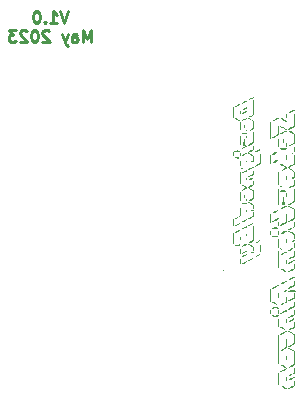
<source format=gbr>
%TF.GenerationSoftware,KiCad,Pcbnew,(6.0.7-1)-1*%
%TF.CreationDate,2023-05-14T20:37:22-05:00*%
%TF.ProjectId,ESP32-C3,45535033-322d-4433-932e-6b696361645f,1.0*%
%TF.SameCoordinates,Original*%
%TF.FileFunction,Legend,Bot*%
%TF.FilePolarity,Positive*%
%FSLAX46Y46*%
G04 Gerber Fmt 4.6, Leading zero omitted, Abs format (unit mm)*
G04 Created by KiCad (PCBNEW (6.0.7-1)-1) date 2023-05-14 20:37:22*
%MOMM*%
%LPD*%
G01*
G04 APERTURE LIST*
%ADD10C,0.250000*%
G04 APERTURE END LIST*
D10*
X150099809Y-63140180D02*
X149766476Y-64140180D01*
X149433142Y-63140180D01*
X148576000Y-64140180D02*
X149147428Y-64140180D01*
X148861714Y-64140180D02*
X148861714Y-63140180D01*
X148956952Y-63283038D01*
X149052190Y-63378276D01*
X149147428Y-63425895D01*
X148147428Y-64044942D02*
X148099809Y-64092561D01*
X148147428Y-64140180D01*
X148195047Y-64092561D01*
X148147428Y-64044942D01*
X148147428Y-64140180D01*
X147480761Y-63140180D02*
X147385523Y-63140180D01*
X147290285Y-63187800D01*
X147242666Y-63235419D01*
X147195047Y-63330657D01*
X147147428Y-63521133D01*
X147147428Y-63759228D01*
X147195047Y-63949704D01*
X147242666Y-64044942D01*
X147290285Y-64092561D01*
X147385523Y-64140180D01*
X147480761Y-64140180D01*
X147576000Y-64092561D01*
X147623619Y-64044942D01*
X147671238Y-63949704D01*
X147718857Y-63759228D01*
X147718857Y-63521133D01*
X147671238Y-63330657D01*
X147623619Y-63235419D01*
X147576000Y-63187800D01*
X147480761Y-63140180D01*
X152028380Y-65750180D02*
X152028380Y-64750180D01*
X151695047Y-65464466D01*
X151361714Y-64750180D01*
X151361714Y-65750180D01*
X150456952Y-65750180D02*
X150456952Y-65226371D01*
X150504571Y-65131133D01*
X150599809Y-65083514D01*
X150790285Y-65083514D01*
X150885523Y-65131133D01*
X150456952Y-65702561D02*
X150552190Y-65750180D01*
X150790285Y-65750180D01*
X150885523Y-65702561D01*
X150933142Y-65607323D01*
X150933142Y-65512085D01*
X150885523Y-65416847D01*
X150790285Y-65369228D01*
X150552190Y-65369228D01*
X150456952Y-65321609D01*
X150076000Y-65083514D02*
X149837904Y-65750180D01*
X149599809Y-65083514D02*
X149837904Y-65750180D01*
X149933142Y-65988276D01*
X149980761Y-66035895D01*
X150076000Y-66083514D01*
X148504571Y-64845419D02*
X148456952Y-64797800D01*
X148361714Y-64750180D01*
X148123619Y-64750180D01*
X148028380Y-64797800D01*
X147980761Y-64845419D01*
X147933142Y-64940657D01*
X147933142Y-65035895D01*
X147980761Y-65178752D01*
X148552190Y-65750180D01*
X147933142Y-65750180D01*
X147314095Y-64750180D02*
X147218857Y-64750180D01*
X147123619Y-64797800D01*
X147076000Y-64845419D01*
X147028380Y-64940657D01*
X146980761Y-65131133D01*
X146980761Y-65369228D01*
X147028380Y-65559704D01*
X147076000Y-65654942D01*
X147123619Y-65702561D01*
X147218857Y-65750180D01*
X147314095Y-65750180D01*
X147409333Y-65702561D01*
X147456952Y-65654942D01*
X147504571Y-65559704D01*
X147552190Y-65369228D01*
X147552190Y-65131133D01*
X147504571Y-64940657D01*
X147456952Y-64845419D01*
X147409333Y-64797800D01*
X147314095Y-64750180D01*
X146599809Y-64845419D02*
X146552190Y-64797800D01*
X146456952Y-64750180D01*
X146218857Y-64750180D01*
X146123619Y-64797800D01*
X146076000Y-64845419D01*
X146028380Y-64940657D01*
X146028380Y-65035895D01*
X146076000Y-65178752D01*
X146647428Y-65750180D01*
X146028380Y-65750180D01*
X145695047Y-64750180D02*
X145076000Y-64750180D01*
X145409333Y-65131133D01*
X145266476Y-65131133D01*
X145171238Y-65178752D01*
X145123619Y-65226371D01*
X145076000Y-65321609D01*
X145076000Y-65559704D01*
X145123619Y-65654942D01*
X145171238Y-65702561D01*
X145266476Y-65750180D01*
X145552190Y-65750180D01*
X145647428Y-65702561D01*
X145695047Y-65654942D01*
%TO.C,G\u002A\u002A\u002A*%
G36*
X165935445Y-96064457D02*
G01*
X165932249Y-96110297D01*
X165911707Y-96123776D01*
X165902751Y-96107786D01*
X165908139Y-96037151D01*
X165924407Y-96016231D01*
X165935445Y-96064457D01*
G37*
G36*
X167263196Y-88416879D02*
G01*
X167285908Y-88489636D01*
X167294885Y-88610928D01*
X167292811Y-88671708D01*
X167276643Y-88773913D01*
X167249689Y-88814308D01*
X167236183Y-88804976D01*
X167213470Y-88732219D01*
X167204494Y-88610928D01*
X167206567Y-88550147D01*
X167222736Y-88447942D01*
X167249689Y-88407547D01*
X167263196Y-88416879D01*
G37*
G36*
X167264903Y-86669179D02*
G01*
X167280985Y-86773053D01*
X167291267Y-86949193D01*
X167294885Y-87187262D01*
X167292863Y-87369821D01*
X167284207Y-87562814D01*
X167269529Y-87686189D01*
X167249689Y-87729611D01*
X167234476Y-87705346D01*
X167218393Y-87601471D01*
X167208112Y-87425332D01*
X167204494Y-87187262D01*
X167206516Y-87004703D01*
X167215172Y-86811711D01*
X167229850Y-86688335D01*
X167249689Y-86644913D01*
X167264903Y-86669179D01*
G37*
G36*
X167263196Y-81682715D02*
G01*
X167285908Y-81755472D01*
X167294885Y-81876764D01*
X167292811Y-81937544D01*
X167276643Y-82039749D01*
X167249689Y-82080145D01*
X167236183Y-82070813D01*
X167213470Y-81998055D01*
X167204494Y-81876764D01*
X167206567Y-81815984D01*
X167222736Y-81713779D01*
X167249689Y-81673383D01*
X167263196Y-81682715D01*
G37*
G36*
X167255514Y-80274931D02*
G01*
X167276139Y-80336907D01*
X167289887Y-80469393D01*
X167294885Y-80656479D01*
X167294577Y-80705992D01*
X167287286Y-80881303D01*
X167271700Y-80998156D01*
X167249689Y-81040643D01*
X167243864Y-81038028D01*
X167223240Y-80976052D01*
X167209492Y-80843565D01*
X167204494Y-80656479D01*
X167204801Y-80606967D01*
X167212093Y-80431656D01*
X167227679Y-80314802D01*
X167249689Y-80272316D01*
X167255514Y-80274931D01*
G37*
G36*
X167255514Y-75303400D02*
G01*
X167276139Y-75365377D01*
X167289887Y-75497863D01*
X167294885Y-75684949D01*
X167294577Y-75734462D01*
X167287286Y-75909772D01*
X167271700Y-76026626D01*
X167249689Y-76069113D01*
X167243864Y-76066498D01*
X167223240Y-76004521D01*
X167209492Y-75872035D01*
X167204494Y-75684949D01*
X167204801Y-75635436D01*
X167212093Y-75460126D01*
X167227679Y-75343272D01*
X167249689Y-75300785D01*
X167255514Y-75303400D01*
G37*
G36*
X167254457Y-72501332D02*
G01*
X167271479Y-72566307D01*
X167284187Y-72712769D01*
X167292137Y-72933625D01*
X167294885Y-73221782D01*
X167294718Y-73298063D01*
X167290657Y-73570421D01*
X167281503Y-73773744D01*
X167267699Y-73900939D01*
X167249689Y-73944913D01*
X167244922Y-73942232D01*
X167227899Y-73877256D01*
X167215192Y-73730795D01*
X167207242Y-73509939D01*
X167204494Y-73221782D01*
X167204661Y-73145501D01*
X167208722Y-72873142D01*
X167217876Y-72669820D01*
X167231680Y-72542625D01*
X167249689Y-72498650D01*
X167254457Y-72501332D01*
G37*
G36*
X167927625Y-88898210D02*
G01*
X167905984Y-88950158D01*
X167819172Y-89004166D01*
X167691792Y-89032955D01*
X167551887Y-89031181D01*
X167427501Y-88993501D01*
X167392297Y-88972126D01*
X167340484Y-88912415D01*
X167366709Y-88876059D01*
X167464369Y-88882876D01*
X167559745Y-88905178D01*
X167633853Y-88916047D01*
X167696725Y-88907377D01*
X167803337Y-88882876D01*
X167889962Y-88870585D01*
X167927625Y-88898210D01*
G37*
G36*
X167717870Y-88190206D02*
G01*
X167840205Y-88228354D01*
X167884010Y-88257873D01*
X167925022Y-88312688D01*
X167913848Y-88347146D01*
X167848533Y-88335986D01*
X167760268Y-88311820D01*
X167633853Y-88299950D01*
X167522380Y-88309312D01*
X167419173Y-88335986D01*
X167363580Y-88349250D01*
X167340081Y-88304664D01*
X167363233Y-88255560D01*
X167451265Y-88208100D01*
X167578850Y-88184885D01*
X167717870Y-88190206D01*
G37*
G36*
X167439451Y-87742002D02*
G01*
X167526985Y-87779034D01*
X167678048Y-87852015D01*
X167799498Y-87916189D01*
X167900769Y-87984661D01*
X167929813Y-88029742D01*
X167880927Y-88045981D01*
X167852919Y-88041309D01*
X167757201Y-88005030D01*
X167635340Y-87945221D01*
X167514574Y-87876825D01*
X167422141Y-87814785D01*
X167385277Y-87774045D01*
X167385927Y-87757399D01*
X167398185Y-87736322D01*
X167439451Y-87742002D01*
G37*
G36*
X167928203Y-86341940D02*
G01*
X167915767Y-86386417D01*
X167837912Y-86452724D01*
X167703149Y-86531163D01*
X167593730Y-86584580D01*
X167470313Y-86633705D01*
X167404633Y-86638175D01*
X167385277Y-86600479D01*
X167393793Y-86585113D01*
X167459917Y-86532597D01*
X167568930Y-86465739D01*
X167693594Y-86399482D01*
X167806672Y-86348769D01*
X167880927Y-86328543D01*
X167928203Y-86341940D01*
G37*
G36*
X167925753Y-82154573D02*
G01*
X167909098Y-82203658D01*
X167840205Y-82259338D01*
X167708824Y-82299368D01*
X167542808Y-82295930D01*
X167405285Y-82242025D01*
X167372500Y-82214415D01*
X167344321Y-82159798D01*
X167384195Y-82140349D01*
X167476862Y-82171175D01*
X167508439Y-82185736D01*
X167658720Y-82203049D01*
X167848533Y-82148915D01*
X167888252Y-82137490D01*
X167925753Y-82154573D01*
G37*
G36*
X167717614Y-81457162D02*
G01*
X167840205Y-81494190D01*
X167875410Y-81515565D01*
X167927223Y-81575277D01*
X167900997Y-81611633D01*
X167803337Y-81604816D01*
X167677211Y-81576018D01*
X167582213Y-81574369D01*
X167463561Y-81598918D01*
X167377710Y-81608917D01*
X167340081Y-81585443D01*
X167362875Y-81533999D01*
X167450728Y-81482216D01*
X167578381Y-81454887D01*
X167717614Y-81457162D01*
G37*
G36*
X167912502Y-80638289D02*
G01*
X167927625Y-80692260D01*
X167892176Y-80739687D01*
X167801642Y-80803411D01*
X167682098Y-80869894D01*
X167559623Y-80925946D01*
X167460293Y-80958375D01*
X167410186Y-80953992D01*
X167405613Y-80929990D01*
X167442269Y-80870450D01*
X167509600Y-80827102D01*
X167620136Y-80765801D01*
X167742705Y-80702838D01*
X167847129Y-80653702D01*
X167903227Y-80633881D01*
X167912502Y-80638289D01*
G37*
G36*
X167928203Y-79969342D02*
G01*
X167915767Y-80013819D01*
X167837912Y-80080126D01*
X167703149Y-80158565D01*
X167593730Y-80211982D01*
X167470313Y-80261107D01*
X167404633Y-80265577D01*
X167385277Y-80227881D01*
X167393793Y-80212515D01*
X167459917Y-80160000D01*
X167568930Y-80093141D01*
X167693594Y-80026884D01*
X167806672Y-79976171D01*
X167880927Y-79955945D01*
X167928203Y-79969342D01*
G37*
G36*
X167928203Y-75720943D02*
G01*
X167915767Y-75765420D01*
X167837912Y-75831728D01*
X167703149Y-75910166D01*
X167593730Y-75963583D01*
X167470313Y-76012708D01*
X167404633Y-76017179D01*
X167385277Y-75979483D01*
X167393793Y-75964116D01*
X167459917Y-75911601D01*
X167568930Y-75844743D01*
X167693594Y-75778485D01*
X167806672Y-75727772D01*
X167880927Y-75707547D01*
X167928203Y-75720943D01*
G37*
G36*
X167910686Y-74985463D02*
G01*
X167927625Y-75028850D01*
X167919109Y-75044216D01*
X167852985Y-75096731D01*
X167743972Y-75163590D01*
X167619308Y-75229847D01*
X167506230Y-75280560D01*
X167431975Y-75300785D01*
X167387547Y-75291321D01*
X167398278Y-75252711D01*
X167482615Y-75189393D01*
X167634854Y-75106820D01*
X167751895Y-75050608D01*
X167857203Y-75002796D01*
X167906029Y-74984415D01*
X167910686Y-74985463D01*
G37*
G36*
X167912502Y-72141492D02*
G01*
X167927625Y-72195463D01*
X167892176Y-72242890D01*
X167801642Y-72306614D01*
X167682098Y-72373097D01*
X167559623Y-72429149D01*
X167460293Y-72461578D01*
X167410186Y-72457195D01*
X167405613Y-72433192D01*
X167442269Y-72373653D01*
X167509600Y-72330304D01*
X167620136Y-72269004D01*
X167742705Y-72206041D01*
X167847129Y-72156905D01*
X167903227Y-72137084D01*
X167912502Y-72141492D01*
G37*
G36*
X167943846Y-93724198D02*
G01*
X167959420Y-93833656D01*
X167969340Y-94015657D01*
X167972821Y-94260394D01*
X167970521Y-94463154D01*
X167961764Y-94657831D01*
X167947204Y-94781829D01*
X167927625Y-94825341D01*
X167911404Y-94796590D01*
X167895830Y-94687132D01*
X167885911Y-94505131D01*
X167882430Y-94260394D01*
X167884730Y-94057633D01*
X167893486Y-93862956D01*
X167908046Y-93738959D01*
X167927625Y-93695447D01*
X167943846Y-93724198D01*
G37*
G36*
X167934939Y-90542023D02*
G01*
X167948262Y-90628705D01*
X167958830Y-90800865D01*
X167966524Y-91055204D01*
X167971227Y-91388424D01*
X167972821Y-91797227D01*
X167972454Y-92001996D01*
X167969358Y-92375056D01*
X167963210Y-92670955D01*
X167954126Y-92886396D01*
X167942225Y-93018080D01*
X167927625Y-93062707D01*
X167920312Y-93052430D01*
X167906989Y-92965748D01*
X167896421Y-92793589D01*
X167888726Y-92539249D01*
X167884023Y-92206029D01*
X167882430Y-91797227D01*
X167882797Y-91592457D01*
X167885892Y-91219398D01*
X167892041Y-90923498D01*
X167901125Y-90708057D01*
X167913025Y-90576374D01*
X167927625Y-90531746D01*
X167934939Y-90542023D01*
G37*
G36*
X167931668Y-89131884D02*
G01*
X167953104Y-89187362D01*
X167967535Y-89313188D01*
X167972821Y-89492244D01*
X167972670Y-89524589D01*
X167965736Y-89696078D01*
X167950007Y-89811524D01*
X167927625Y-89853810D01*
X167923582Y-89852605D01*
X167902146Y-89797127D01*
X167887715Y-89671301D01*
X167882430Y-89492244D01*
X167882580Y-89459899D01*
X167889515Y-89288411D01*
X167905243Y-89172965D01*
X167927625Y-89130679D01*
X167931668Y-89131884D01*
G37*
G36*
X167941132Y-88416879D02*
G01*
X167963844Y-88489636D01*
X167972821Y-88610928D01*
X167970747Y-88671708D01*
X167954579Y-88773913D01*
X167927625Y-88814308D01*
X167914119Y-88804976D01*
X167891406Y-88732219D01*
X167882430Y-88610928D01*
X167884503Y-88550147D01*
X167900672Y-88447942D01*
X167927625Y-88407547D01*
X167941132Y-88416879D01*
G37*
G36*
X167941132Y-87015812D02*
G01*
X167963844Y-87088569D01*
X167972821Y-87209860D01*
X167970747Y-87270641D01*
X167954579Y-87372845D01*
X167927625Y-87413241D01*
X167914119Y-87403909D01*
X167891406Y-87331152D01*
X167882430Y-87209860D01*
X167884503Y-87149080D01*
X167900672Y-87046875D01*
X167927625Y-87006479D01*
X167941132Y-87015812D01*
G37*
G36*
X167933432Y-83440130D02*
G01*
X167950046Y-83510172D01*
X167962424Y-83661661D01*
X167970153Y-83887788D01*
X167972821Y-84181746D01*
X167972572Y-84277561D01*
X167968327Y-84551688D01*
X167959146Y-84755921D01*
X167945441Y-84883452D01*
X167927625Y-84927476D01*
X167921818Y-84923362D01*
X167905205Y-84853320D01*
X167892827Y-84701832D01*
X167885098Y-84475705D01*
X167882430Y-84181746D01*
X167882679Y-84085932D01*
X167886924Y-83811805D01*
X167896105Y-83607572D01*
X167909810Y-83480040D01*
X167927625Y-83436017D01*
X167933432Y-83440130D01*
G37*
G36*
X167933450Y-82399130D02*
G01*
X167954075Y-82461106D01*
X167967823Y-82593592D01*
X167972821Y-82780679D01*
X167972513Y-82830191D01*
X167965222Y-83005502D01*
X167949635Y-83122356D01*
X167927625Y-83164842D01*
X167921800Y-83162227D01*
X167901176Y-83100251D01*
X167887428Y-82967765D01*
X167882430Y-82780679D01*
X167882737Y-82731166D01*
X167890029Y-82555855D01*
X167905615Y-82439002D01*
X167927625Y-82396515D01*
X167933450Y-82399130D01*
G37*
G36*
X167941132Y-81682715D02*
G01*
X167963844Y-81755472D01*
X167972821Y-81876764D01*
X167970747Y-81937544D01*
X167954579Y-82039749D01*
X167927625Y-82080145D01*
X167914119Y-82070813D01*
X167891406Y-81998055D01*
X167882430Y-81876764D01*
X167884503Y-81815984D01*
X167900672Y-81713779D01*
X167927625Y-81673383D01*
X167941132Y-81682715D01*
G37*
G36*
X167941132Y-80959584D02*
G01*
X167963844Y-81032341D01*
X167972821Y-81153632D01*
X167970747Y-81214413D01*
X167954579Y-81316618D01*
X167927625Y-81357013D01*
X167914119Y-81347681D01*
X167891406Y-81274924D01*
X167882430Y-81153632D01*
X167884503Y-81092852D01*
X167900672Y-80990647D01*
X167927625Y-80950252D01*
X167941132Y-80959584D01*
G37*
G36*
X167932393Y-78150798D02*
G01*
X167949415Y-78215773D01*
X167962123Y-78362235D01*
X167970073Y-78583091D01*
X167972821Y-78871248D01*
X167972653Y-78947529D01*
X167968592Y-79219887D01*
X167959439Y-79423210D01*
X167945635Y-79550405D01*
X167927625Y-79594380D01*
X167922858Y-79591698D01*
X167905835Y-79526723D01*
X167893128Y-79380261D01*
X167885178Y-79159405D01*
X167882430Y-78871248D01*
X167882597Y-78794967D01*
X167886658Y-78522609D01*
X167895812Y-78319286D01*
X167909616Y-78192091D01*
X167927625Y-78148116D01*
X167932393Y-78150798D01*
G37*
G36*
X167942839Y-76771314D02*
G01*
X167958921Y-76875188D01*
X167969203Y-77051328D01*
X167972821Y-77289397D01*
X167970799Y-77471957D01*
X167962143Y-77664949D01*
X167947464Y-77788324D01*
X167927625Y-77831746D01*
X167912412Y-77807481D01*
X167896329Y-77703607D01*
X167886048Y-77527467D01*
X167882430Y-77289397D01*
X167884452Y-77106838D01*
X167893108Y-76913846D01*
X167907786Y-76790471D01*
X167927625Y-76747049D01*
X167942839Y-76771314D01*
G37*
G36*
X167933450Y-73902333D02*
G01*
X167954075Y-73964309D01*
X167967823Y-74096795D01*
X167972821Y-74283881D01*
X167972513Y-74333394D01*
X167965222Y-74508705D01*
X167949635Y-74625558D01*
X167927625Y-74668045D01*
X167921800Y-74665430D01*
X167901176Y-74603454D01*
X167887428Y-74470968D01*
X167882430Y-74283881D01*
X167882737Y-74234369D01*
X167890029Y-74059058D01*
X167905615Y-73942204D01*
X167927625Y-73899718D01*
X167933450Y-73902333D01*
G37*
G36*
X167941265Y-72833505D02*
G01*
X167957648Y-72920624D01*
X167968404Y-73057123D01*
X167973005Y-73218374D01*
X167970921Y-73379747D01*
X167961623Y-73516614D01*
X167944583Y-73604346D01*
X167942290Y-73609204D01*
X167882171Y-73668490D01*
X167771599Y-73744172D01*
X167640056Y-73819261D01*
X167517021Y-73876773D01*
X167431975Y-73899718D01*
X167431957Y-73899718D01*
X167381022Y-73881904D01*
X167403344Y-73834448D01*
X167490447Y-73766305D01*
X167633853Y-73686431D01*
X167882430Y-73564517D01*
X167882430Y-73189769D01*
X167882667Y-73147488D01*
X167889817Y-72973714D01*
X167905462Y-72857426D01*
X167927625Y-72815020D01*
X167941265Y-72833505D01*
G37*
G36*
X168144565Y-83219077D02*
G01*
X168190518Y-83281997D01*
X168188226Y-83329868D01*
X168127310Y-83327863D01*
X168090045Y-83314489D01*
X168036918Y-83300429D01*
X168028304Y-83292933D01*
X168018017Y-83232636D01*
X168023690Y-83193822D01*
X168067599Y-83168318D01*
X168144565Y-83219077D01*
G37*
G36*
X168129914Y-77921231D02*
G01*
X168175255Y-77969180D01*
X168197205Y-78031144D01*
X168159138Y-78057725D01*
X168140794Y-78054014D01*
X168080422Y-78008928D01*
X168034930Y-77942321D01*
X168033082Y-77892007D01*
X168061649Y-77886386D01*
X168129914Y-77921231D01*
G37*
G36*
X168344518Y-73949523D02*
G01*
X168369559Y-74012490D01*
X168379583Y-74125696D01*
X168378430Y-74166221D01*
X168362689Y-74266384D01*
X168334387Y-74306479D01*
X168324256Y-74301869D01*
X168299215Y-74238903D01*
X168289191Y-74125696D01*
X168290344Y-74085172D01*
X168306085Y-73985009D01*
X168334387Y-73944913D01*
X168344518Y-73949523D01*
G37*
G36*
X168346351Y-78878037D02*
G01*
X168370900Y-78945993D01*
X168381621Y-79063330D01*
X168382615Y-79093416D01*
X168404604Y-79255075D01*
X168445744Y-79390999D01*
X168471473Y-79448424D01*
X168505458Y-79542667D01*
X168497373Y-79584741D01*
X168447376Y-79594380D01*
X168411146Y-79582218D01*
X168378145Y-79515287D01*
X168376333Y-79480525D01*
X168359864Y-79465711D01*
X168310819Y-79523287D01*
X168263719Y-79572765D01*
X168218242Y-79578585D01*
X168206428Y-79516414D01*
X168235327Y-79397953D01*
X168241823Y-79378614D01*
X168275479Y-79223605D01*
X168289191Y-79060121D01*
X168290662Y-79012394D01*
X168306591Y-78911457D01*
X168334387Y-78871248D01*
X168346351Y-78878037D01*
G37*
G36*
X168225633Y-94846182D02*
G01*
X168358799Y-94903930D01*
X168470230Y-94964912D01*
X168567944Y-95033997D01*
X168605561Y-95083332D01*
X168600199Y-95124629D01*
X168571015Y-95135891D01*
X168499331Y-95110607D01*
X168366483Y-95045850D01*
X168270805Y-94996249D01*
X168145199Y-94921165D01*
X168087828Y-94865787D01*
X168088122Y-94821600D01*
X168126939Y-94817450D01*
X168225633Y-94846182D01*
G37*
G36*
X168225332Y-93084015D02*
G01*
X168358799Y-93141296D01*
X168481938Y-93209091D01*
X168590126Y-93302808D01*
X168609207Y-93392732D01*
X168539441Y-93483986D01*
X168381085Y-93581697D01*
X168293526Y-93624795D01*
X168158957Y-93680929D01*
X168085494Y-93691196D01*
X168063213Y-93657977D01*
X168082785Y-93633599D01*
X168164863Y-93579119D01*
X168289191Y-93514664D01*
X168381234Y-93468918D01*
X168477733Y-93412746D01*
X168515170Y-93378606D01*
X168478739Y-93340951D01*
X168390882Y-93292665D01*
X168346751Y-93272289D01*
X168192691Y-93188357D01*
X168102090Y-93115460D01*
X168086184Y-93062102D01*
X168125879Y-93056508D01*
X168225332Y-93084015D01*
G37*
G36*
X168606139Y-90228773D02*
G01*
X168593703Y-90273250D01*
X168515848Y-90339557D01*
X168381085Y-90417996D01*
X168271666Y-90471412D01*
X168148248Y-90520538D01*
X168082569Y-90525008D01*
X168063213Y-90487312D01*
X168071729Y-90471945D01*
X168137853Y-90419430D01*
X168246866Y-90352572D01*
X168371530Y-90286314D01*
X168484608Y-90235601D01*
X168558863Y-90215376D01*
X168606139Y-90228773D01*
G37*
G36*
X168216524Y-89889759D02*
G01*
X168381085Y-89967561D01*
X168499126Y-90034817D01*
X168586022Y-90103553D01*
X168608771Y-90151907D01*
X168558863Y-90170180D01*
X168530855Y-90165508D01*
X168435137Y-90129229D01*
X168313276Y-90069420D01*
X168192510Y-90001024D01*
X168100076Y-89938984D01*
X168063213Y-89898245D01*
X168070245Y-89870222D01*
X168116716Y-89858143D01*
X168216524Y-89889759D01*
G37*
G36*
X168606139Y-88466139D02*
G01*
X168593703Y-88510616D01*
X168515848Y-88576924D01*
X168381085Y-88655362D01*
X168271666Y-88708779D01*
X168148248Y-88757904D01*
X168082569Y-88762374D01*
X168063213Y-88724678D01*
X168071729Y-88709312D01*
X168137853Y-88656797D01*
X168246866Y-88589938D01*
X168371530Y-88523681D01*
X168484608Y-88472968D01*
X168558863Y-88452743D01*
X168606139Y-88466139D01*
G37*
G36*
X168606139Y-85980374D02*
G01*
X168593703Y-86024851D01*
X168515848Y-86091158D01*
X168381085Y-86169597D01*
X168271666Y-86223014D01*
X168148248Y-86272139D01*
X168082569Y-86276609D01*
X168063213Y-86238913D01*
X168071729Y-86223547D01*
X168137853Y-86171032D01*
X168246866Y-86104173D01*
X168371530Y-86037916D01*
X168484608Y-85987203D01*
X168558863Y-85966978D01*
X168606139Y-85980374D01*
G37*
G36*
X168225633Y-84948317D02*
G01*
X168358799Y-85006065D01*
X168470230Y-85067047D01*
X168567944Y-85136133D01*
X168605561Y-85185467D01*
X168600199Y-85226764D01*
X168571015Y-85238026D01*
X168499331Y-85212742D01*
X168366483Y-85147985D01*
X168270805Y-85098384D01*
X168145199Y-85023301D01*
X168087828Y-84967922D01*
X168088122Y-84923735D01*
X168126939Y-84919585D01*
X168225633Y-84948317D01*
G37*
G36*
X168588622Y-83482260D02*
G01*
X168605561Y-83525647D01*
X168597045Y-83541013D01*
X168530921Y-83593528D01*
X168421908Y-83660387D01*
X168297244Y-83726644D01*
X168184166Y-83777357D01*
X168109911Y-83797583D01*
X168065482Y-83788118D01*
X168076214Y-83749509D01*
X168160551Y-83686191D01*
X168312790Y-83603617D01*
X168429831Y-83547405D01*
X168535139Y-83499594D01*
X168583965Y-83481212D01*
X168588622Y-83482260D01*
G37*
G36*
X168606139Y-81731975D02*
G01*
X168593703Y-81776452D01*
X168515848Y-81842760D01*
X168381085Y-81921198D01*
X168271666Y-81974615D01*
X168148248Y-82023740D01*
X168082569Y-82028211D01*
X168063213Y-81990515D01*
X168071729Y-81975148D01*
X168137853Y-81922633D01*
X168246866Y-81855775D01*
X168371530Y-81789517D01*
X168484608Y-81738804D01*
X168558863Y-81718579D01*
X168606139Y-81731975D01*
G37*
G36*
X168588622Y-79595427D02*
G01*
X168605561Y-79638814D01*
X168597045Y-79654180D01*
X168530921Y-79706696D01*
X168421908Y-79773554D01*
X168297244Y-79839811D01*
X168184166Y-79890525D01*
X168109911Y-79910750D01*
X168065482Y-79901286D01*
X168076214Y-79862676D01*
X168160551Y-79799358D01*
X168312790Y-79716784D01*
X168429831Y-79660573D01*
X168535139Y-79612761D01*
X168583965Y-79594380D01*
X168588622Y-79595427D01*
G37*
G36*
X168395805Y-78292341D02*
G01*
X168518141Y-78330489D01*
X168561946Y-78360008D01*
X168602958Y-78414823D01*
X168591784Y-78449281D01*
X168526469Y-78438121D01*
X168438204Y-78413955D01*
X168311789Y-78402085D01*
X168200316Y-78411447D01*
X168097109Y-78438121D01*
X168041516Y-78451385D01*
X168018017Y-78406799D01*
X168041169Y-78357695D01*
X168129201Y-78310235D01*
X168256786Y-78287020D01*
X168395805Y-78292341D01*
G37*
G36*
X168216524Y-76105062D02*
G01*
X168381085Y-76182863D01*
X168497416Y-76249598D01*
X168596166Y-76342398D01*
X168606153Y-76432193D01*
X168527117Y-76524106D01*
X168358799Y-76623264D01*
X168242428Y-76674194D01*
X168136776Y-76706271D01*
X168086184Y-76702458D01*
X168082709Y-76694075D01*
X168109924Y-76640608D01*
X168214216Y-76564850D01*
X168399880Y-76463530D01*
X168533167Y-76396125D01*
X168298190Y-76277053D01*
X168196601Y-76221180D01*
X168100379Y-76156290D01*
X168063213Y-76113547D01*
X168070245Y-76085524D01*
X168116716Y-76073445D01*
X168216524Y-76105062D01*
G37*
G36*
X168605561Y-74751947D02*
G01*
X168583920Y-74803895D01*
X168497108Y-74857903D01*
X168369728Y-74886692D01*
X168229823Y-74884918D01*
X168105437Y-74847238D01*
X168070232Y-74825863D01*
X168018419Y-74766151D01*
X168044645Y-74729796D01*
X168142305Y-74736612D01*
X168237681Y-74758914D01*
X168311789Y-74769783D01*
X168374661Y-74761113D01*
X168481273Y-74736612D01*
X168567898Y-74724321D01*
X168605561Y-74751947D01*
G37*
G36*
X168588622Y-73222829D02*
G01*
X168605561Y-73266216D01*
X168597045Y-73281582D01*
X168530921Y-73334098D01*
X168421908Y-73400956D01*
X168297244Y-73467214D01*
X168184166Y-73517927D01*
X168109911Y-73538152D01*
X168065482Y-73528688D01*
X168076214Y-73490078D01*
X168160551Y-73426760D01*
X168312790Y-73344186D01*
X168429831Y-73287975D01*
X168535139Y-73240163D01*
X168583965Y-73221782D01*
X168588622Y-73222829D01*
G37*
G36*
X168117387Y-72872607D02*
G01*
X168204921Y-72909639D01*
X168355983Y-72982620D01*
X168477434Y-73046794D01*
X168578705Y-73115266D01*
X168607749Y-73160347D01*
X168558863Y-73176586D01*
X168530855Y-73171914D01*
X168435137Y-73135635D01*
X168313276Y-73075826D01*
X168192510Y-73007430D01*
X168100076Y-72945390D01*
X168063213Y-72904650D01*
X168063863Y-72888004D01*
X168076121Y-72866927D01*
X168117387Y-72872607D01*
G37*
G36*
X168225633Y-72203121D02*
G01*
X168358799Y-72260869D01*
X168470230Y-72321852D01*
X168567944Y-72390937D01*
X168605561Y-72440272D01*
X168600199Y-72481569D01*
X168571015Y-72492830D01*
X168499331Y-72467546D01*
X168366483Y-72402789D01*
X168270805Y-72353188D01*
X168145199Y-72278105D01*
X168087828Y-72222727D01*
X168088122Y-72178540D01*
X168126939Y-72174389D01*
X168225633Y-72203121D01*
G37*
G36*
X168619068Y-94066345D02*
G01*
X168641780Y-94139102D01*
X168650757Y-94260394D01*
X168648683Y-94321174D01*
X168632515Y-94423379D01*
X168605561Y-94463775D01*
X168592055Y-94454442D01*
X168569342Y-94381685D01*
X168560366Y-94260394D01*
X168562439Y-94199613D01*
X168578608Y-94097409D01*
X168605561Y-94057013D01*
X168619068Y-94066345D01*
G37*
G36*
X168619068Y-92303712D02*
G01*
X168641780Y-92376469D01*
X168650757Y-92497760D01*
X168648683Y-92558541D01*
X168632515Y-92660746D01*
X168605561Y-92701141D01*
X168592055Y-92691809D01*
X168569342Y-92619052D01*
X168560366Y-92497760D01*
X168562439Y-92436980D01*
X168578608Y-92334775D01*
X168605561Y-92294380D01*
X168619068Y-92303712D01*
G37*
G36*
X168615066Y-90901459D02*
G01*
X168633059Y-90973639D01*
X168645121Y-91099768D01*
X168650675Y-91254529D01*
X168649144Y-91412606D01*
X168639951Y-91548682D01*
X168622519Y-91637442D01*
X168620226Y-91642300D01*
X168560107Y-91701586D01*
X168449535Y-91777268D01*
X168317992Y-91852358D01*
X168194957Y-91909869D01*
X168109911Y-91932814D01*
X168065594Y-91923430D01*
X168076027Y-91884912D01*
X168160005Y-91821715D01*
X168311789Y-91739339D01*
X168560366Y-91617426D01*
X168560366Y-91255369D01*
X168560519Y-91222658D01*
X168567462Y-91051082D01*
X168583188Y-90935603D01*
X168605561Y-90893312D01*
X168615066Y-90901459D01*
G37*
G36*
X168619068Y-89140011D02*
G01*
X168641780Y-89212768D01*
X168650757Y-89334059D01*
X168648683Y-89394840D01*
X168632515Y-89497045D01*
X168605561Y-89537440D01*
X168592055Y-89528108D01*
X168569342Y-89455351D01*
X168560366Y-89334059D01*
X168562439Y-89273279D01*
X168578608Y-89171074D01*
X168605561Y-89130679D01*
X168619068Y-89140011D01*
G37*
G36*
X168622037Y-87335822D02*
G01*
X168642563Y-87411463D01*
X168650330Y-87527112D01*
X168644071Y-87650814D01*
X168622519Y-87750609D01*
X168620226Y-87755467D01*
X168560107Y-87814754D01*
X168449535Y-87890435D01*
X168317992Y-87965525D01*
X168194957Y-88023036D01*
X168109911Y-88045981D01*
X168065594Y-88036597D01*
X168076027Y-87998079D01*
X168160005Y-87934882D01*
X168311789Y-87852506D01*
X168352245Y-87832609D01*
X168471806Y-87768570D01*
X168533676Y-87712848D01*
X168556861Y-87640535D01*
X168560366Y-87526721D01*
X168562460Y-87465496D01*
X168578635Y-87363251D01*
X168605561Y-87322849D01*
X168622037Y-87335822D01*
G37*
G36*
X168643912Y-86757026D02*
G01*
X168635757Y-86809645D01*
X168563337Y-86869302D01*
X168498252Y-86899423D01*
X168409729Y-86909640D01*
X168379583Y-86853130D01*
X168390227Y-86816037D01*
X168464714Y-86758159D01*
X168586660Y-86735305D01*
X168643912Y-86757026D01*
G37*
G36*
X168619068Y-84168481D02*
G01*
X168641780Y-84241238D01*
X168650757Y-84362529D01*
X168648683Y-84423310D01*
X168632515Y-84525514D01*
X168605561Y-84565910D01*
X168592055Y-84556578D01*
X168569342Y-84483821D01*
X168560366Y-84362529D01*
X168562439Y-84301749D01*
X168578608Y-84199544D01*
X168605561Y-84159148D01*
X168619068Y-84168481D01*
G37*
G36*
X168619068Y-82405847D02*
G01*
X168641780Y-82478604D01*
X168650757Y-82599896D01*
X168648683Y-82660676D01*
X168632515Y-82762881D01*
X168605561Y-82803276D01*
X168592055Y-82793944D01*
X168569342Y-82721187D01*
X168560366Y-82599896D01*
X168562439Y-82539115D01*
X168578608Y-82436910D01*
X168605561Y-82396515D01*
X168619068Y-82405847D01*
G37*
G36*
X168610151Y-80272760D02*
G01*
X168632364Y-80324979D01*
X168642925Y-80459030D01*
X168641218Y-80667737D01*
X168628159Y-81063158D01*
X168402180Y-81186432D01*
X168305431Y-81236626D01*
X168188273Y-81289727D01*
X168119707Y-81310762D01*
X168068480Y-81301891D01*
X168075917Y-81264199D01*
X168158616Y-81201417D01*
X168311789Y-81118343D01*
X168560366Y-80996429D01*
X168560366Y-80634372D01*
X168560395Y-80619097D01*
X168566731Y-80435172D01*
X168582939Y-80315212D01*
X168607321Y-80272316D01*
X168610151Y-80272760D01*
G37*
G36*
X168619068Y-78519014D02*
G01*
X168641780Y-78591771D01*
X168650757Y-78713063D01*
X168648683Y-78773843D01*
X168632515Y-78876048D01*
X168605561Y-78916444D01*
X168592055Y-78907111D01*
X168569342Y-78834354D01*
X168560366Y-78713063D01*
X168562439Y-78652282D01*
X168578608Y-78550078D01*
X168605561Y-78509682D01*
X168619068Y-78519014D01*
G37*
G36*
X168619068Y-77072751D02*
G01*
X168641780Y-77145508D01*
X168650757Y-77266800D01*
X168648683Y-77327580D01*
X168632515Y-77429785D01*
X168605561Y-77470180D01*
X168592055Y-77460848D01*
X168569342Y-77388091D01*
X168560366Y-77266800D01*
X168562439Y-77206019D01*
X168578608Y-77103814D01*
X168605561Y-77063419D01*
X168619068Y-77072751D01*
G37*
G36*
X168619068Y-75310118D02*
G01*
X168641780Y-75382875D01*
X168650757Y-75504166D01*
X168648683Y-75564947D01*
X168632515Y-75667152D01*
X168605561Y-75707547D01*
X168592055Y-75698215D01*
X168569342Y-75625458D01*
X168560366Y-75504166D01*
X168562439Y-75443386D01*
X168578608Y-75341181D01*
X168605561Y-75300785D01*
X168619068Y-75310118D01*
G37*
G36*
X168619068Y-74270616D02*
G01*
X168641780Y-74343373D01*
X168650757Y-74464664D01*
X168648683Y-74525445D01*
X168632515Y-74627650D01*
X168605561Y-74668045D01*
X168592055Y-74658713D01*
X168569342Y-74585956D01*
X168560366Y-74464664D01*
X168562439Y-74403884D01*
X168578608Y-74301679D01*
X168605561Y-74261284D01*
X168619068Y-74270616D01*
G37*
G36*
X168619068Y-71784851D02*
G01*
X168641780Y-71857608D01*
X168650757Y-71978899D01*
X168648683Y-72039680D01*
X168632515Y-72141885D01*
X168605561Y-72182280D01*
X168592055Y-72172948D01*
X168569342Y-72100191D01*
X168560366Y-71978899D01*
X168562439Y-71918119D01*
X168578608Y-71815914D01*
X168605561Y-71775518D01*
X168619068Y-71784851D01*
G37*
G36*
X169156928Y-75082681D02*
G01*
X169193106Y-75142600D01*
X169185231Y-75174216D01*
X169125312Y-75210394D01*
X169093696Y-75202519D01*
X169057519Y-75142600D01*
X169065393Y-75110984D01*
X169125312Y-75074807D01*
X169156928Y-75082681D01*
G37*
G36*
X169284075Y-94115605D02*
G01*
X169271639Y-94160082D01*
X169193784Y-94226390D01*
X169059021Y-94304828D01*
X168949602Y-94358245D01*
X168826184Y-94407370D01*
X168760505Y-94411840D01*
X168741148Y-94374145D01*
X168749665Y-94358778D01*
X168815789Y-94306263D01*
X168924802Y-94239405D01*
X169049466Y-94173147D01*
X169162544Y-94122434D01*
X169236799Y-94102209D01*
X169284075Y-94115605D01*
G37*
G36*
X169268374Y-89135086D02*
G01*
X169283497Y-89189057D01*
X169248047Y-89236484D01*
X169157514Y-89300208D01*
X169037970Y-89366691D01*
X168915495Y-89422743D01*
X168816165Y-89455172D01*
X168766058Y-89450789D01*
X168761485Y-89426787D01*
X168798141Y-89367248D01*
X168865472Y-89323899D01*
X168976008Y-89262598D01*
X169098577Y-89199635D01*
X169203001Y-89150499D01*
X169259099Y-89130679D01*
X169268374Y-89135086D01*
G37*
G36*
X169266558Y-85606459D02*
G01*
X169283497Y-85649846D01*
X169274981Y-85665212D01*
X169208857Y-85717728D01*
X169099844Y-85784586D01*
X168975180Y-85850843D01*
X168862102Y-85901557D01*
X168787847Y-85921782D01*
X168743418Y-85912318D01*
X168754150Y-85873708D01*
X168838487Y-85810390D01*
X168990726Y-85727816D01*
X169107767Y-85671605D01*
X169213075Y-85623793D01*
X169261901Y-85605412D01*
X169266558Y-85606459D01*
G37*
G36*
X169284075Y-84217741D02*
G01*
X169271639Y-84262218D01*
X169193784Y-84328525D01*
X169059021Y-84406963D01*
X168949602Y-84460380D01*
X168826184Y-84509506D01*
X168760505Y-84513976D01*
X168741148Y-84476280D01*
X168749665Y-84460913D01*
X168815789Y-84408398D01*
X168924802Y-84341540D01*
X169049466Y-84275282D01*
X169162544Y-84224569D01*
X169236799Y-84204344D01*
X169284075Y-84217741D01*
G37*
G36*
X169266558Y-71460196D02*
G01*
X169283497Y-71503583D01*
X169274981Y-71518949D01*
X169208857Y-71571464D01*
X169099844Y-71638323D01*
X168975180Y-71704580D01*
X168862102Y-71755293D01*
X168787847Y-71775518D01*
X168743418Y-71766054D01*
X168754150Y-71727445D01*
X168838487Y-71664127D01*
X168990726Y-71581553D01*
X169107767Y-71525341D01*
X169213075Y-71477530D01*
X169261901Y-71459148D01*
X169266558Y-71460196D01*
G37*
G36*
X169307542Y-94450702D02*
G01*
X169323434Y-94542711D01*
X169327025Y-94662327D01*
X169317515Y-94776782D01*
X169294104Y-94853310D01*
X169257576Y-94888791D01*
X169162166Y-94950631D01*
X169039106Y-95015131D01*
X168914657Y-95069951D01*
X168815080Y-95102750D01*
X168766633Y-95101186D01*
X168759667Y-95077199D01*
X168788951Y-95028179D01*
X168880875Y-94963715D01*
X169046220Y-94875087D01*
X169105300Y-94844418D01*
X169193958Y-94783543D01*
X169230908Y-94712186D01*
X169238301Y-94598443D01*
X169239419Y-94558733D01*
X169255136Y-94458661D01*
X169283497Y-94418579D01*
X169307542Y-94450702D01*
G37*
G36*
X169299973Y-93346854D02*
G01*
X169320499Y-93422495D01*
X169328266Y-93538144D01*
X169322007Y-93661846D01*
X169300455Y-93761641D01*
X169298162Y-93766499D01*
X169238043Y-93825786D01*
X169127471Y-93901467D01*
X168995928Y-93976557D01*
X168872893Y-94034068D01*
X168787847Y-94057013D01*
X168743530Y-94047629D01*
X168753963Y-94009111D01*
X168837941Y-93945914D01*
X168989725Y-93863538D01*
X169030181Y-93843641D01*
X169149742Y-93779602D01*
X169211612Y-93723880D01*
X169234797Y-93651567D01*
X169238301Y-93537753D01*
X169240396Y-93476528D01*
X169256571Y-93374283D01*
X169283497Y-93333881D01*
X169299973Y-93346854D01*
G37*
G36*
X168789897Y-91622331D02*
G01*
X168881488Y-91661961D01*
X169006424Y-91725690D01*
X169135987Y-91797855D01*
X169241453Y-91862794D01*
X169294104Y-91904844D01*
X169295726Y-91907816D01*
X169309368Y-91981654D01*
X169319054Y-92121223D01*
X169324785Y-92304230D01*
X169326560Y-92508385D01*
X169324380Y-92711398D01*
X169318243Y-92890978D01*
X169308152Y-93024834D01*
X169294104Y-93090677D01*
X169257576Y-93126157D01*
X169162166Y-93187998D01*
X169039106Y-93252498D01*
X168914657Y-93307318D01*
X168815080Y-93340116D01*
X168766633Y-93338553D01*
X168759667Y-93314565D01*
X168788951Y-93265546D01*
X168880875Y-93201081D01*
X169046220Y-93112454D01*
X169238301Y-93015674D01*
X169238301Y-91951644D01*
X168989725Y-91829731D01*
X168876068Y-91768900D01*
X168778624Y-91704558D01*
X168741148Y-91662131D01*
X168741824Y-91651404D01*
X168765249Y-91616444D01*
X168789897Y-91622331D01*
G37*
G36*
X168800445Y-90216594D02*
G01*
X168890392Y-90247027D01*
X169014562Y-90306355D01*
X169143629Y-90378453D01*
X169248263Y-90447199D01*
X169299139Y-90496469D01*
X169302902Y-90510770D01*
X169311679Y-90604802D01*
X169315894Y-90755737D01*
X169314665Y-90938466D01*
X169306095Y-91322588D01*
X169080116Y-91445862D01*
X168983367Y-91496056D01*
X168866209Y-91549157D01*
X168797643Y-91570192D01*
X168746415Y-91561322D01*
X168753853Y-91523630D01*
X168836552Y-91460848D01*
X168989725Y-91377773D01*
X169238301Y-91255860D01*
X169238301Y-90550576D01*
X168989725Y-90428663D01*
X168989693Y-90428647D01*
X168846296Y-90348775D01*
X168759205Y-90280635D01*
X168736897Y-90233183D01*
X168787847Y-90215376D01*
X168800445Y-90216594D01*
G37*
G36*
X169299973Y-89460021D02*
G01*
X169320499Y-89535662D01*
X169328266Y-89651312D01*
X169322007Y-89775013D01*
X169300455Y-89874808D01*
X169298162Y-89879666D01*
X169238043Y-89938953D01*
X169127471Y-90014634D01*
X168995928Y-90089724D01*
X168872893Y-90147235D01*
X168787847Y-90170180D01*
X168787829Y-90170180D01*
X168736894Y-90152367D01*
X168759216Y-90104910D01*
X168846318Y-90036767D01*
X168989725Y-89956893D01*
X169021428Y-89941305D01*
X169144954Y-89875667D01*
X169209544Y-89819916D01*
X169234295Y-89749788D01*
X169238301Y-89641014D01*
X169239980Y-89588724D01*
X169256006Y-89487326D01*
X169283497Y-89447049D01*
X169299973Y-89460021D01*
G37*
G36*
X169307542Y-88439670D02*
G01*
X169323434Y-88531679D01*
X169327025Y-88651295D01*
X169317515Y-88765750D01*
X169294104Y-88842278D01*
X169257576Y-88877759D01*
X169162166Y-88939599D01*
X169039106Y-89004099D01*
X168914657Y-89058919D01*
X168815080Y-89091718D01*
X168766633Y-89090154D01*
X168759667Y-89066167D01*
X168788951Y-89017147D01*
X168880875Y-88952682D01*
X169046220Y-88864055D01*
X169105300Y-88833386D01*
X169193958Y-88772511D01*
X169230908Y-88701154D01*
X169238301Y-88587411D01*
X169239419Y-88547701D01*
X169255136Y-88447629D01*
X169283497Y-88407547D01*
X169307542Y-88439670D01*
G37*
G36*
X169299973Y-87697387D02*
G01*
X169320499Y-87773029D01*
X169328266Y-87888678D01*
X169322007Y-88012379D01*
X169300455Y-88112175D01*
X169298162Y-88117033D01*
X169238043Y-88176319D01*
X169127471Y-88252001D01*
X168995928Y-88327091D01*
X168872893Y-88384602D01*
X168787847Y-88407547D01*
X168787829Y-88407547D01*
X168736894Y-88389733D01*
X168759216Y-88342277D01*
X168846318Y-88274134D01*
X168989725Y-88194260D01*
X169021428Y-88178671D01*
X169144954Y-88113033D01*
X169209544Y-88057283D01*
X169234295Y-87987154D01*
X169238301Y-87878381D01*
X169239980Y-87826090D01*
X169256006Y-87724692D01*
X169283497Y-87684415D01*
X169299973Y-87697387D01*
G37*
G36*
X169299053Y-87013457D02*
G01*
X169319363Y-87085547D01*
X169319870Y-87221159D01*
X169308263Y-87339562D01*
X169278028Y-87420910D01*
X169208941Y-87484269D01*
X169080116Y-87559071D01*
X168983378Y-87609243D01*
X168866213Y-87662330D01*
X168797643Y-87683360D01*
X168746415Y-87674489D01*
X168753853Y-87636797D01*
X168836552Y-87574015D01*
X168989725Y-87490941D01*
X169008328Y-87481800D01*
X169137742Y-87413752D01*
X169206409Y-87357674D01*
X169233528Y-87290147D01*
X169238301Y-87187753D01*
X169239538Y-87146773D01*
X169256156Y-87046575D01*
X169285974Y-87006479D01*
X169299053Y-87013457D01*
G37*
G36*
X169299973Y-85934754D02*
G01*
X169320499Y-86010395D01*
X169328266Y-86126045D01*
X169322007Y-86249746D01*
X169300455Y-86349541D01*
X169298162Y-86354400D01*
X169238043Y-86413686D01*
X169127471Y-86489367D01*
X168995928Y-86564457D01*
X168872893Y-86621968D01*
X168787847Y-86644913D01*
X168787829Y-86644913D01*
X168736894Y-86627100D01*
X168759216Y-86579644D01*
X168846318Y-86511501D01*
X168989725Y-86431627D01*
X169021428Y-86416038D01*
X169144954Y-86350400D01*
X169209544Y-86294650D01*
X169234295Y-86224521D01*
X169238301Y-86115747D01*
X169239980Y-86063457D01*
X169256006Y-85962059D01*
X169283497Y-85921782D01*
X169299973Y-85934754D01*
G37*
G36*
X169307542Y-84552837D02*
G01*
X169323434Y-84644846D01*
X169327025Y-84764462D01*
X169317515Y-84878917D01*
X169294104Y-84955445D01*
X169257576Y-84990926D01*
X169162166Y-85052766D01*
X169039106Y-85117267D01*
X168914657Y-85172086D01*
X168815080Y-85204885D01*
X168766633Y-85203322D01*
X168759667Y-85179334D01*
X168788951Y-85130315D01*
X168880875Y-85065850D01*
X169046220Y-84977222D01*
X169105300Y-84946553D01*
X169193958Y-84885678D01*
X169230908Y-84814321D01*
X169238301Y-84700579D01*
X169239419Y-84660868D01*
X169255136Y-84560796D01*
X169283497Y-84520714D01*
X169307542Y-84552837D01*
G37*
G36*
X169299973Y-83448989D02*
G01*
X169320499Y-83524630D01*
X169328266Y-83640280D01*
X169322007Y-83763981D01*
X169300455Y-83863776D01*
X169298162Y-83868634D01*
X169238043Y-83927921D01*
X169127471Y-84003602D01*
X168995928Y-84078692D01*
X168872893Y-84136203D01*
X168787847Y-84159148D01*
X168787829Y-84159148D01*
X168736894Y-84141335D01*
X168759216Y-84093878D01*
X168846318Y-84025735D01*
X168989725Y-83945861D01*
X169021428Y-83930273D01*
X169144954Y-83864635D01*
X169209544Y-83808884D01*
X169234295Y-83738756D01*
X169238301Y-83629982D01*
X169239980Y-83577692D01*
X169256006Y-83476294D01*
X169283497Y-83436017D01*
X169299973Y-83448989D01*
G37*
G36*
X169299053Y-82765058D02*
G01*
X169319363Y-82837148D01*
X169319870Y-82972760D01*
X169308263Y-83091164D01*
X169278028Y-83172512D01*
X169208941Y-83235870D01*
X169080116Y-83310673D01*
X168983378Y-83360844D01*
X168866213Y-83413931D01*
X168797643Y-83434961D01*
X168746415Y-83426091D01*
X168753853Y-83388398D01*
X168836552Y-83325617D01*
X168989725Y-83242542D01*
X169008328Y-83233402D01*
X169137742Y-83165353D01*
X169206409Y-83109275D01*
X169233528Y-83041749D01*
X169238301Y-82939355D01*
X169239538Y-82898374D01*
X169256156Y-82798177D01*
X169285974Y-82758081D01*
X169299053Y-82765058D01*
G37*
G36*
X169321848Y-82508627D02*
G01*
X169313692Y-82561246D01*
X169241273Y-82620903D01*
X169176187Y-82651024D01*
X169087665Y-82661242D01*
X169057519Y-82604731D01*
X169068163Y-82567638D01*
X169142650Y-82509761D01*
X169264596Y-82486906D01*
X169321848Y-82508627D01*
G37*
G36*
X168800753Y-81719841D02*
G01*
X168890936Y-81750404D01*
X169015030Y-81809775D01*
X169143787Y-81881847D01*
X169247960Y-81950515D01*
X169298301Y-81999672D01*
X169314294Y-82063698D01*
X169324253Y-82181082D01*
X169321726Y-82304544D01*
X169307783Y-82402086D01*
X169283497Y-82441711D01*
X169271313Y-82434505D01*
X169247686Y-82365730D01*
X169238301Y-82247745D01*
X169238250Y-82222982D01*
X169231772Y-82123417D01*
X169200922Y-82057886D01*
X169126605Y-82002125D01*
X168989725Y-81931866D01*
X168989693Y-81931850D01*
X168846296Y-81851977D01*
X168759205Y-81783838D01*
X168736897Y-81736386D01*
X168787847Y-81718579D01*
X168800753Y-81719841D01*
G37*
G36*
X169299973Y-80963224D02*
G01*
X169320499Y-81038865D01*
X169328266Y-81154515D01*
X169322007Y-81278216D01*
X169300455Y-81378011D01*
X169298162Y-81382869D01*
X169238043Y-81442156D01*
X169127471Y-81517837D01*
X168995928Y-81592927D01*
X168872893Y-81650438D01*
X168787847Y-81673383D01*
X168743530Y-81663999D01*
X168753963Y-81625481D01*
X168837941Y-81562284D01*
X168989725Y-81479909D01*
X169030181Y-81460011D01*
X169149742Y-81395972D01*
X169211612Y-81340250D01*
X169234797Y-81267937D01*
X169238301Y-81154123D01*
X169240396Y-81092898D01*
X169256571Y-80990653D01*
X169283497Y-80950252D01*
X169299973Y-80963224D01*
G37*
G36*
X168789897Y-79600267D02*
G01*
X168881488Y-79639897D01*
X169006424Y-79703626D01*
X169135987Y-79775791D01*
X169241453Y-79840730D01*
X169294104Y-79882780D01*
X169298030Y-79891291D01*
X169312923Y-79975551D01*
X169323369Y-80118612D01*
X169327309Y-80294913D01*
X169327076Y-80338021D01*
X169321421Y-80508803D01*
X169309744Y-80640331D01*
X169294104Y-80707047D01*
X169257576Y-80742527D01*
X169162166Y-80804368D01*
X169039106Y-80868868D01*
X168914657Y-80923688D01*
X168815080Y-80956486D01*
X168766633Y-80954923D01*
X168759667Y-80930935D01*
X168788951Y-80881916D01*
X168880875Y-80817451D01*
X169046220Y-80728824D01*
X169238301Y-80632044D01*
X169238301Y-79929580D01*
X168989725Y-79807667D01*
X168876068Y-79746836D01*
X168778624Y-79682494D01*
X168741148Y-79640066D01*
X168741824Y-79629340D01*
X168765249Y-79594380D01*
X168789897Y-79600267D01*
G37*
G36*
X169299637Y-78168534D02*
G01*
X169314557Y-78271609D01*
X169321003Y-78458156D01*
X169318744Y-78724264D01*
X169306095Y-79300411D01*
X169080116Y-79423742D01*
X168983352Y-79473966D01*
X168866203Y-79527086D01*
X168797643Y-79548128D01*
X168746415Y-79539258D01*
X168753853Y-79501566D01*
X168836552Y-79438784D01*
X168989725Y-79355709D01*
X169238301Y-79233796D01*
X169238301Y-78690956D01*
X169239918Y-78521491D01*
X169248393Y-78318896D01*
X169263577Y-78192020D01*
X169284848Y-78148116D01*
X169299637Y-78168534D01*
G37*
G36*
X169299973Y-77437957D02*
G01*
X169320499Y-77513598D01*
X169328266Y-77629248D01*
X169322007Y-77752949D01*
X169300455Y-77852744D01*
X169298162Y-77857602D01*
X169238043Y-77916889D01*
X169127471Y-77992570D01*
X168995928Y-78067660D01*
X168872893Y-78125171D01*
X168787847Y-78148116D01*
X168787829Y-78148116D01*
X168736894Y-78130303D01*
X168759216Y-78082846D01*
X168846318Y-78014703D01*
X168989725Y-77934829D01*
X169021428Y-77919240D01*
X169144954Y-77853603D01*
X169209544Y-77797852D01*
X169234295Y-77727724D01*
X169238301Y-77618950D01*
X169239980Y-77566660D01*
X169256006Y-77465262D01*
X169283497Y-77424985D01*
X169299973Y-77437957D01*
G37*
G36*
X169221372Y-77199866D02*
G01*
X169308870Y-77221719D01*
X169323667Y-77262298D01*
X169257203Y-77307160D01*
X169187624Y-77328103D01*
X169092285Y-77324754D01*
X169057519Y-77266800D01*
X169085462Y-77219218D01*
X169193106Y-77199006D01*
X169221372Y-77199866D01*
G37*
G36*
X169297137Y-75319271D02*
G01*
X169313519Y-75406389D01*
X169324276Y-75542889D01*
X169328876Y-75704139D01*
X169326793Y-75865512D01*
X169317495Y-76002379D01*
X169300455Y-76090111D01*
X169268823Y-76130264D01*
X169172743Y-76204279D01*
X169040909Y-76280910D01*
X168809600Y-76398123D01*
X169043307Y-76512553D01*
X169122433Y-76555146D01*
X169244730Y-76643109D01*
X169302236Y-76720912D01*
X169310441Y-76756351D01*
X169325847Y-76885302D01*
X169325627Y-77014501D01*
X169311078Y-77113990D01*
X169283497Y-77153810D01*
X169270382Y-77145149D01*
X169247399Y-77073591D01*
X169238301Y-76953298D01*
X169238296Y-76944333D01*
X169233135Y-76833051D01*
X169205248Y-76760758D01*
X169135467Y-76700576D01*
X169004625Y-76625629D01*
X168871025Y-76544337D01*
X168768914Y-76446985D01*
X168754836Y-76356909D01*
X168828576Y-76267488D01*
X168989919Y-76172101D01*
X169238301Y-76050283D01*
X169238301Y-75675534D01*
X169238539Y-75633253D01*
X169245689Y-75459479D01*
X169261334Y-75343191D01*
X169283497Y-75300785D01*
X169297137Y-75319271D01*
G37*
G36*
X169297004Y-74632182D02*
G01*
X169319716Y-74704939D01*
X169328693Y-74826230D01*
X169326619Y-74887011D01*
X169310451Y-74989216D01*
X169283497Y-75029611D01*
X169269990Y-75020279D01*
X169247278Y-74947522D01*
X169238301Y-74826230D01*
X169240375Y-74765450D01*
X169256544Y-74663245D01*
X169283497Y-74622849D01*
X169297004Y-74632182D01*
G37*
G36*
X168789897Y-73227669D02*
G01*
X168881488Y-73267299D01*
X169006424Y-73331028D01*
X169135987Y-73403193D01*
X169241453Y-73468132D01*
X169294104Y-73510182D01*
X169298030Y-73518693D01*
X169312923Y-73602953D01*
X169323369Y-73746014D01*
X169327309Y-73922316D01*
X169327076Y-73965423D01*
X169321421Y-74136205D01*
X169309744Y-74267733D01*
X169294104Y-74334449D01*
X169257576Y-74369929D01*
X169162166Y-74431770D01*
X169039106Y-74496270D01*
X168914657Y-74551090D01*
X168815080Y-74583888D01*
X168766633Y-74582325D01*
X168759667Y-74558338D01*
X168788951Y-74509318D01*
X168880875Y-74444853D01*
X169046220Y-74356226D01*
X169238301Y-74259446D01*
X169238301Y-73556982D01*
X168989725Y-73435069D01*
X168876068Y-73374238D01*
X168778624Y-73309897D01*
X168741148Y-73267469D01*
X168741824Y-73256742D01*
X168765249Y-73221782D01*
X168789897Y-73227669D01*
G37*
G36*
X169299637Y-71795936D02*
G01*
X169314557Y-71899012D01*
X169321003Y-72085558D01*
X169318744Y-72351666D01*
X169306095Y-72927813D01*
X169080116Y-73051144D01*
X168983352Y-73101368D01*
X168866203Y-73154488D01*
X168797643Y-73175530D01*
X168746415Y-73166660D01*
X168753853Y-73128968D01*
X168836552Y-73066186D01*
X168989725Y-72983111D01*
X169238301Y-72861198D01*
X169238301Y-72318358D01*
X169239918Y-72148893D01*
X169248393Y-71946299D01*
X169263577Y-71819422D01*
X169284848Y-71775518D01*
X169299637Y-71795936D01*
G37*
G36*
X169156564Y-86781489D02*
G01*
X169288383Y-86790380D01*
X169355283Y-86811461D01*
X169373889Y-86848294D01*
X169369276Y-86869518D01*
X169327785Y-86897765D01*
X169229408Y-86912101D01*
X169057519Y-86916088D01*
X168958473Y-86915099D01*
X168826654Y-86906209D01*
X168759754Y-86885128D01*
X168741148Y-86848294D01*
X168745761Y-86827070D01*
X168787252Y-86798823D01*
X168885629Y-86784488D01*
X169057519Y-86780501D01*
X169156564Y-86781489D01*
G37*
G36*
X166377107Y-75092395D02*
G01*
X166390178Y-75143911D01*
X166400393Y-75249380D01*
X166407498Y-75391609D01*
X166411239Y-75553407D01*
X166411364Y-75717583D01*
X166407620Y-75866945D01*
X166399752Y-75984302D01*
X166387508Y-76052461D01*
X166385590Y-76056524D01*
X166335312Y-76106106D01*
X166242840Y-76169399D01*
X166132829Y-76232197D01*
X166029934Y-76280294D01*
X165958809Y-76299483D01*
X165958794Y-76299483D01*
X165916196Y-76284586D01*
X165934864Y-76244898D01*
X166007709Y-76187909D01*
X166127641Y-76121110D01*
X166335528Y-76019152D01*
X166335528Y-75554556D01*
X166337355Y-75392045D01*
X166344645Y-75229807D01*
X166356862Y-75126318D01*
X166373326Y-75089960D01*
X166377107Y-75092395D01*
G37*
G36*
X166386824Y-82817749D02*
G01*
X166399301Y-82903952D01*
X166404692Y-83059963D01*
X166402803Y-83282511D01*
X166392225Y-83764349D01*
X166203237Y-83867491D01*
X166122311Y-83909495D01*
X166024339Y-83953919D01*
X165967001Y-83971517D01*
X165924159Y-83964099D01*
X165930379Y-83932576D01*
X165999541Y-83880072D01*
X166127641Y-83810595D01*
X166335528Y-83708638D01*
X166335528Y-83254656D01*
X166336880Y-83112930D01*
X166343968Y-82943499D01*
X166356666Y-82837391D01*
X166374455Y-82800674D01*
X166386824Y-82817749D01*
G37*
G36*
X166360678Y-74829062D02*
G01*
X166373326Y-74874199D01*
X166343679Y-74913863D01*
X166267965Y-74967156D01*
X166167989Y-75022756D01*
X166065562Y-75069633D01*
X165982491Y-75096754D01*
X165940586Y-75093088D01*
X165936762Y-75073014D01*
X165967418Y-75023221D01*
X166023728Y-74986968D01*
X166116169Y-74935702D01*
X166218676Y-74883045D01*
X166306006Y-74841952D01*
X166352921Y-74825376D01*
X166360678Y-74829062D01*
G37*
G36*
X166373809Y-82547294D02*
G01*
X166363409Y-82584491D01*
X166298298Y-82639944D01*
X166185594Y-82705543D01*
X166094086Y-82750216D01*
X165990871Y-82791300D01*
X165935942Y-82795038D01*
X165919754Y-82763513D01*
X165926877Y-82750662D01*
X165982177Y-82706743D01*
X166073345Y-82650829D01*
X166177603Y-82595417D01*
X166272172Y-82553005D01*
X166334272Y-82536091D01*
X166373809Y-82547294D01*
G37*
G36*
X165811962Y-70674683D02*
G01*
X165823275Y-70738236D01*
X165832410Y-70855406D01*
X165839190Y-71010929D01*
X165843440Y-71189542D01*
X165844981Y-71375981D01*
X165843639Y-71554982D01*
X165839236Y-71711282D01*
X165831596Y-71829617D01*
X165820544Y-71894723D01*
X165818626Y-71898786D01*
X165768348Y-71948367D01*
X165675876Y-72011661D01*
X165565865Y-72074459D01*
X165462969Y-72122556D01*
X165391844Y-72141745D01*
X165354782Y-72133897D01*
X165363507Y-72101685D01*
X165433739Y-72048832D01*
X165560677Y-71979941D01*
X165768564Y-71877983D01*
X165768564Y-71272811D01*
X165768706Y-71208663D01*
X165772105Y-70980854D01*
X165779761Y-70810796D01*
X165791303Y-70704415D01*
X165806362Y-70667638D01*
X165811962Y-70674683D01*
G37*
G36*
X165402638Y-72180598D02*
G01*
X165478059Y-72206159D01*
X165581840Y-72255811D01*
X165689521Y-72316086D01*
X165776641Y-72373513D01*
X165818742Y-72414624D01*
X165824752Y-72438091D01*
X165834320Y-72530431D01*
X165839273Y-72660943D01*
X165839726Y-72806896D01*
X165835794Y-72945557D01*
X165827591Y-73054195D01*
X165815232Y-73110077D01*
X165784684Y-73139750D01*
X165704891Y-73191467D01*
X165601975Y-73245410D01*
X165497897Y-73291256D01*
X165414619Y-73318686D01*
X165374104Y-73317378D01*
X165368278Y-73297317D01*
X165392768Y-73256322D01*
X165469645Y-73202409D01*
X165607924Y-73128289D01*
X165768564Y-73047352D01*
X165768564Y-72459874D01*
X165560677Y-72357917D01*
X165560650Y-72357904D01*
X165440726Y-72291105D01*
X165367891Y-72234119D01*
X165349234Y-72194435D01*
X165391844Y-72179543D01*
X165402638Y-72180598D01*
G37*
G36*
X165810143Y-73315907D02*
G01*
X165823214Y-73367423D01*
X165833429Y-73472892D01*
X165840533Y-73615121D01*
X165844275Y-73776919D01*
X165844400Y-73941095D01*
X165840655Y-74090457D01*
X165832788Y-74207814D01*
X165820544Y-74275973D01*
X165818626Y-74280036D01*
X165768348Y-74329617D01*
X165675876Y-74392911D01*
X165565865Y-74455709D01*
X165462969Y-74503806D01*
X165391844Y-74522995D01*
X165391830Y-74522995D01*
X165349232Y-74508097D01*
X165367900Y-74468409D01*
X165440745Y-74411421D01*
X165560677Y-74344621D01*
X165768564Y-74242664D01*
X165768564Y-73778068D01*
X165770390Y-73615557D01*
X165777680Y-73453319D01*
X165789898Y-73349830D01*
X165806362Y-73313472D01*
X165810143Y-73315907D01*
G37*
G36*
X165811143Y-74523810D02*
G01*
X165834444Y-74565282D01*
X165843375Y-74650689D01*
X165838841Y-74753871D01*
X165821748Y-74848672D01*
X165793001Y-74908933D01*
X165775419Y-74923823D01*
X165692774Y-74976195D01*
X165585114Y-75030766D01*
X165538663Y-75052899D01*
X165459634Y-75097945D01*
X165428385Y-75127757D01*
X165435455Y-75138745D01*
X165491485Y-75177281D01*
X165585114Y-75224749D01*
X165625558Y-75243865D01*
X165727836Y-75299867D01*
X165793001Y-75346582D01*
X165798010Y-75352378D01*
X165825071Y-75419475D01*
X165840341Y-75517195D01*
X165842917Y-75619381D01*
X165831892Y-75699875D01*
X165806362Y-75732519D01*
X165796172Y-75726493D01*
X165776413Y-75668976D01*
X165768564Y-75570304D01*
X165768522Y-75549807D01*
X165763123Y-75466434D01*
X165737361Y-75411585D01*
X165675259Y-75364948D01*
X165560839Y-75306211D01*
X165453264Y-75246020D01*
X165372957Y-75170493D01*
X165366048Y-75095826D01*
X165432715Y-75016480D01*
X165573138Y-74926921D01*
X165676064Y-74867944D01*
X165738244Y-74816541D01*
X165763682Y-74758200D01*
X165768564Y-74671787D01*
X165769437Y-74640020D01*
X165782537Y-74556492D01*
X165806362Y-74522995D01*
X165811143Y-74523810D01*
G37*
G36*
X165844159Y-75818561D02*
G01*
X165836311Y-75849983D01*
X165775072Y-75901491D01*
X165670979Y-75921507D01*
X165657318Y-75918964D01*
X165624009Y-75882847D01*
X165617354Y-75833144D01*
X165645722Y-75807598D01*
X165680659Y-75802545D01*
X165759115Y-75784291D01*
X165821801Y-75779119D01*
X165844159Y-75818561D01*
G37*
G36*
X165819371Y-76607700D02*
G01*
X165836356Y-76667989D01*
X165836781Y-76781403D01*
X165827074Y-76880425D01*
X165801788Y-76948457D01*
X165744009Y-77001444D01*
X165636272Y-77064002D01*
X165555369Y-77105961D01*
X165457383Y-77150358D01*
X165400037Y-77167946D01*
X165357195Y-77160527D01*
X165363415Y-77129005D01*
X165432577Y-77076500D01*
X165560677Y-77007024D01*
X165576235Y-76999380D01*
X165684465Y-76942470D01*
X165741892Y-76895572D01*
X165764572Y-76839099D01*
X165768564Y-76753466D01*
X165769598Y-76719193D01*
X165783496Y-76635397D01*
X165808433Y-76601864D01*
X165819371Y-76607700D01*
G37*
G36*
X165820141Y-77482058D02*
G01*
X165837307Y-77545318D01*
X165843802Y-77642037D01*
X165838568Y-77745489D01*
X165820544Y-77828949D01*
X165794551Y-77862132D01*
X165714567Y-77923959D01*
X165604637Y-77987932D01*
X165412345Y-78085373D01*
X165599904Y-78180198D01*
X165675674Y-78220774D01*
X165767849Y-78277605D01*
X165815232Y-78317239D01*
X165819481Y-78326676D01*
X165832140Y-78401712D01*
X165840046Y-78522644D01*
X165843021Y-78666241D01*
X165840882Y-78809267D01*
X165833450Y-78928489D01*
X165820544Y-79000675D01*
X165818626Y-79004738D01*
X165768348Y-79054320D01*
X165675876Y-79117613D01*
X165565865Y-79180411D01*
X165462969Y-79228508D01*
X165391844Y-79247698D01*
X165391830Y-79247698D01*
X165349232Y-79232800D01*
X165367900Y-79193112D01*
X165440745Y-79136123D01*
X165560677Y-79069324D01*
X165768564Y-78967367D01*
X165768564Y-78383150D01*
X165573138Y-78276808D01*
X165461407Y-78208823D01*
X165376011Y-78127407D01*
X165364237Y-78052075D01*
X165425907Y-77977291D01*
X165560839Y-77897518D01*
X165587060Y-77884626D01*
X165690433Y-77829711D01*
X165744490Y-77783081D01*
X165765208Y-77724423D01*
X165768564Y-77633425D01*
X165769968Y-77589694D01*
X165783370Y-77504894D01*
X165806362Y-77471210D01*
X165820141Y-77482058D01*
G37*
G36*
X165402638Y-79286550D02*
G01*
X165478059Y-79312111D01*
X165581840Y-79361764D01*
X165689521Y-79422038D01*
X165776641Y-79479465D01*
X165818742Y-79520576D01*
X165832117Y-79574121D01*
X165840446Y-79672291D01*
X165838332Y-79775544D01*
X165826672Y-79857119D01*
X165806362Y-79890257D01*
X165796172Y-79884231D01*
X165776413Y-79826714D01*
X165768564Y-79728042D01*
X165768521Y-79707332D01*
X165763103Y-79624065D01*
X165737303Y-79569261D01*
X165675151Y-79522627D01*
X165560677Y-79463869D01*
X165560650Y-79463856D01*
X165440726Y-79397058D01*
X165367891Y-79340072D01*
X165349234Y-79300388D01*
X165391844Y-79285495D01*
X165402638Y-79286550D01*
G37*
G36*
X165838435Y-79946220D02*
G01*
X165831614Y-79990226D01*
X165771049Y-80040118D01*
X165716617Y-80065308D01*
X165642585Y-80073853D01*
X165617374Y-80026593D01*
X165626275Y-79995572D01*
X165688570Y-79947168D01*
X165790554Y-79928055D01*
X165838435Y-79946220D01*
G37*
G36*
X165820141Y-80127892D02*
G01*
X165837307Y-80191151D01*
X165843802Y-80287870D01*
X165838568Y-80391323D01*
X165820544Y-80474782D01*
X165818626Y-80478845D01*
X165768348Y-80528427D01*
X165675876Y-80591720D01*
X165565865Y-80654519D01*
X165462969Y-80702616D01*
X165391844Y-80721805D01*
X165354782Y-80713957D01*
X165363507Y-80681744D01*
X165433739Y-80628892D01*
X165560677Y-80560000D01*
X165594511Y-80543360D01*
X165694501Y-80489804D01*
X165746243Y-80443203D01*
X165765633Y-80382726D01*
X165768564Y-80287543D01*
X165770316Y-80236340D01*
X165783843Y-80150831D01*
X165806362Y-80117043D01*
X165820141Y-80127892D01*
G37*
G36*
X165811962Y-81333611D02*
G01*
X165823275Y-81397165D01*
X165832410Y-81514335D01*
X165839190Y-81669858D01*
X165843440Y-81848471D01*
X165844981Y-82034910D01*
X165843639Y-82213911D01*
X165839236Y-82370211D01*
X165831596Y-82488545D01*
X165820544Y-82553651D01*
X165818626Y-82557714D01*
X165768348Y-82607296D01*
X165675876Y-82670589D01*
X165565865Y-82733388D01*
X165462969Y-82781485D01*
X165391844Y-82800674D01*
X165391830Y-82800674D01*
X165349232Y-82785776D01*
X165367900Y-82746088D01*
X165440745Y-82689099D01*
X165560677Y-82622300D01*
X165768564Y-82520343D01*
X165768564Y-81923455D01*
X165768679Y-81866413D01*
X165772007Y-81639284D01*
X165779652Y-81469576D01*
X165791231Y-81363325D01*
X165806362Y-81326567D01*
X165811962Y-81333611D01*
G37*
G36*
X165402638Y-82839527D02*
G01*
X165478059Y-82865087D01*
X165581840Y-82914740D01*
X165689521Y-82975014D01*
X165776641Y-83032442D01*
X165818742Y-83073552D01*
X165832117Y-83127098D01*
X165840446Y-83225268D01*
X165838332Y-83328520D01*
X165826672Y-83410095D01*
X165806362Y-83443233D01*
X165796172Y-83437207D01*
X165776413Y-83379690D01*
X165768564Y-83281018D01*
X165768521Y-83260308D01*
X165763103Y-83177041D01*
X165737303Y-83122237D01*
X165675151Y-83075603D01*
X165560677Y-83016845D01*
X165560650Y-83016832D01*
X165440726Y-82950034D01*
X165367891Y-82893048D01*
X165349234Y-82853364D01*
X165391844Y-82838472D01*
X165402638Y-82839527D01*
G37*
G36*
X165838435Y-83499196D02*
G01*
X165831614Y-83543202D01*
X165771049Y-83593094D01*
X165716617Y-83618284D01*
X165642585Y-83626829D01*
X165617374Y-83579569D01*
X165626275Y-83548548D01*
X165688570Y-83500144D01*
X165790554Y-83481031D01*
X165838435Y-83499196D01*
G37*
G36*
X165792195Y-70403931D02*
G01*
X165806362Y-70440216D01*
X165799239Y-70453067D01*
X165743939Y-70496986D01*
X165652771Y-70552900D01*
X165548513Y-70608312D01*
X165453944Y-70650724D01*
X165391844Y-70667638D01*
X165354689Y-70659723D01*
X165363663Y-70627433D01*
X165434195Y-70574480D01*
X165561514Y-70505423D01*
X165659397Y-70458413D01*
X165747467Y-70418427D01*
X165788300Y-70403055D01*
X165792195Y-70403931D01*
G37*
G36*
X165793714Y-76303169D02*
G01*
X165806362Y-76348306D01*
X165776715Y-76387970D01*
X165701000Y-76441263D01*
X165601025Y-76496863D01*
X165498598Y-76543740D01*
X165415527Y-76570861D01*
X165373622Y-76567195D01*
X165369798Y-76547121D01*
X165400453Y-76497328D01*
X165456763Y-76461075D01*
X165549205Y-76409809D01*
X165651711Y-76357153D01*
X165739042Y-76316060D01*
X165785957Y-76299483D01*
X165793714Y-76303169D01*
G37*
G36*
X165792195Y-77207502D02*
G01*
X165806362Y-77243787D01*
X165799239Y-77256638D01*
X165743939Y-77300557D01*
X165652771Y-77356471D01*
X165548513Y-77411883D01*
X165453944Y-77454295D01*
X165391844Y-77471210D01*
X165354689Y-77463295D01*
X165363663Y-77431005D01*
X165434195Y-77378051D01*
X165561514Y-77308994D01*
X165659397Y-77261984D01*
X165747467Y-77221999D01*
X165788300Y-77206626D01*
X165792195Y-77207502D01*
G37*
G36*
X165806845Y-81073187D02*
G01*
X165796444Y-81110384D01*
X165731334Y-81165837D01*
X165618630Y-81231436D01*
X165527122Y-81276109D01*
X165423907Y-81317193D01*
X165368978Y-81320931D01*
X165352790Y-81289406D01*
X165359912Y-81276555D01*
X165415213Y-81232636D01*
X165506381Y-81176722D01*
X165610639Y-81121310D01*
X165705207Y-81078898D01*
X165767307Y-81061983D01*
X165806845Y-81073187D01*
G37*
G36*
X165792195Y-84011074D02*
G01*
X165806362Y-84047359D01*
X165799239Y-84060210D01*
X165743939Y-84104129D01*
X165652771Y-84160043D01*
X165548513Y-84215455D01*
X165453944Y-84257867D01*
X165391844Y-84274781D01*
X165354689Y-84266866D01*
X165363663Y-84234576D01*
X165434195Y-84181623D01*
X165561514Y-84112566D01*
X165659397Y-84065555D01*
X165747467Y-84025570D01*
X165788300Y-84010198D01*
X165792195Y-84011074D01*
G37*
G36*
X165186334Y-73469673D02*
G01*
X165280033Y-73483070D01*
X165314993Y-73502460D01*
X165314992Y-73502496D01*
X165279919Y-73521877D01*
X165186134Y-73535263D01*
X165050409Y-73540257D01*
X165050152Y-73540257D01*
X164914485Y-73535247D01*
X164820786Y-73521849D01*
X164785826Y-73502460D01*
X164785826Y-73502423D01*
X164820900Y-73483042D01*
X164914684Y-73469656D01*
X165050409Y-73464662D01*
X165050666Y-73464662D01*
X165186334Y-73469673D01*
G37*
G36*
X165250693Y-73056693D02*
G01*
X165269688Y-73117540D01*
X165277195Y-73218977D01*
X165275461Y-73269809D01*
X165261939Y-73355284D01*
X165239397Y-73389067D01*
X165228101Y-73381262D01*
X165209107Y-73320415D01*
X165201600Y-73218977D01*
X165203334Y-73168146D01*
X165216856Y-73082671D01*
X165239397Y-73048888D01*
X165250693Y-73056693D01*
G37*
G36*
X165250693Y-73623657D02*
G01*
X165269688Y-73684505D01*
X165277195Y-73785942D01*
X165275461Y-73836773D01*
X165261939Y-73922248D01*
X165239397Y-73956031D01*
X165228101Y-73948226D01*
X165209107Y-73887379D01*
X165201600Y-73785942D01*
X165203334Y-73735110D01*
X165216856Y-73649636D01*
X165239397Y-73615852D01*
X165250693Y-73623657D01*
G37*
G36*
X165250693Y-75702526D02*
G01*
X165269688Y-75763374D01*
X165277195Y-75864811D01*
X165275461Y-75915642D01*
X165261939Y-76001117D01*
X165239397Y-76034900D01*
X165228101Y-76027095D01*
X165209107Y-75966248D01*
X165201600Y-75864811D01*
X165203334Y-75813980D01*
X165216856Y-75728505D01*
X165239397Y-75694722D01*
X165250693Y-75702526D01*
G37*
G36*
X165250693Y-77176633D02*
G01*
X165269688Y-77237481D01*
X165277195Y-77338918D01*
X165275461Y-77389749D01*
X165261939Y-77475224D01*
X165239397Y-77509007D01*
X165228101Y-77501203D01*
X165209107Y-77440355D01*
X165201600Y-77338918D01*
X165203334Y-77288087D01*
X165216856Y-77202612D01*
X165239397Y-77168829D01*
X165250693Y-77176633D01*
G37*
G36*
X165250693Y-78953121D02*
G01*
X165269688Y-79013969D01*
X165277195Y-79115406D01*
X165275461Y-79166237D01*
X165261939Y-79251712D01*
X165239397Y-79285495D01*
X165228101Y-79277691D01*
X165209107Y-79216843D01*
X165201600Y-79115406D01*
X165203334Y-79064575D01*
X165216856Y-78979100D01*
X165239397Y-78945317D01*
X165250693Y-78953121D01*
G37*
G36*
X165250693Y-79860264D02*
G01*
X165269688Y-79921112D01*
X165277195Y-80022549D01*
X165275461Y-80073380D01*
X165261939Y-80158855D01*
X165239397Y-80192638D01*
X165228101Y-80184834D01*
X165209107Y-80123986D01*
X165201600Y-80022549D01*
X165203334Y-79971718D01*
X165216856Y-79886243D01*
X165239397Y-79852460D01*
X165250693Y-79860264D01*
G37*
G36*
X165250693Y-81901336D02*
G01*
X165269688Y-81962183D01*
X165277195Y-82063620D01*
X165275461Y-82114452D01*
X165261939Y-82199927D01*
X165239397Y-82233710D01*
X165228101Y-82225905D01*
X165209107Y-82165058D01*
X165201600Y-82063620D01*
X165203334Y-82012789D01*
X165216856Y-81927314D01*
X165239397Y-81893531D01*
X165250693Y-81901336D01*
G37*
G36*
X165239881Y-70716639D02*
G01*
X165229480Y-70753836D01*
X165164369Y-70809289D01*
X165051666Y-70874888D01*
X164960157Y-70919561D01*
X164856942Y-70960645D01*
X164802014Y-70964384D01*
X164785826Y-70932858D01*
X164792948Y-70920007D01*
X164848248Y-70876088D01*
X164939417Y-70820174D01*
X165043675Y-70764762D01*
X165138243Y-70722350D01*
X165200343Y-70705436D01*
X165239881Y-70716639D01*
G37*
G36*
X165226750Y-71276086D02*
G01*
X165239397Y-71321223D01*
X165209750Y-71360887D01*
X165134036Y-71414179D01*
X165034061Y-71469780D01*
X164931633Y-71516656D01*
X164848563Y-71543777D01*
X164806658Y-71540111D01*
X164802833Y-71520038D01*
X164833489Y-71470245D01*
X164889799Y-71433992D01*
X164982241Y-71382726D01*
X165084747Y-71330069D01*
X165172078Y-71288976D01*
X165218993Y-71272400D01*
X165226750Y-71276086D01*
G37*
G36*
X165225231Y-71575657D02*
G01*
X165239397Y-71611942D01*
X165232275Y-71624793D01*
X165176975Y-71668712D01*
X165085806Y-71724626D01*
X164981548Y-71780038D01*
X164886980Y-71822450D01*
X164824880Y-71839364D01*
X164787724Y-71831450D01*
X164796699Y-71799160D01*
X164867231Y-71746206D01*
X164994550Y-71677149D01*
X165092432Y-71630139D01*
X165180502Y-71590153D01*
X165221336Y-71574781D01*
X165225231Y-71575657D01*
G37*
G36*
X165239881Y-72190747D02*
G01*
X165229480Y-72227943D01*
X165164369Y-72283397D01*
X165051666Y-72348995D01*
X164960157Y-72393668D01*
X164856942Y-72434752D01*
X164802014Y-72438491D01*
X164785826Y-72406965D01*
X164792948Y-72394114D01*
X164848248Y-72350195D01*
X164939417Y-72294281D01*
X165043675Y-72238869D01*
X165138243Y-72196457D01*
X165200343Y-72179543D01*
X165239881Y-72190747D01*
G37*
G36*
X165042363Y-73996394D02*
G01*
X165050409Y-74102606D01*
X165050456Y-74108783D01*
X165067387Y-74248746D01*
X165105607Y-74381287D01*
X165114719Y-74404395D01*
X165138560Y-74491023D01*
X165135107Y-74539091D01*
X165132464Y-74549388D01*
X165174404Y-74539848D01*
X165214554Y-74532573D01*
X165239397Y-74567774D01*
X165210059Y-74609643D01*
X165134449Y-74664342D01*
X165034317Y-74720393D01*
X164931421Y-74766831D01*
X164847520Y-74792690D01*
X164804371Y-74787006D01*
X164806406Y-74770171D01*
X164848946Y-74721739D01*
X164921296Y-74665284D01*
X164999565Y-74618412D01*
X165059859Y-74598732D01*
X165069113Y-74597628D01*
X165085516Y-74562193D01*
X165051323Y-74485382D01*
X165036924Y-74465171D01*
X165003903Y-74454941D01*
X164954928Y-74504281D01*
X164914971Y-74550399D01*
X164904263Y-74541351D01*
X164917558Y-74466299D01*
X164925910Y-74420991D01*
X164945182Y-74293809D01*
X164962516Y-74154469D01*
X164973002Y-74080090D01*
X164997244Y-73988922D01*
X165022503Y-73959762D01*
X165042363Y-73996394D01*
G37*
G36*
X165225231Y-75128633D02*
G01*
X165239397Y-75164918D01*
X165232275Y-75177769D01*
X165176975Y-75221688D01*
X165085806Y-75277602D01*
X164981548Y-75333014D01*
X164886980Y-75375426D01*
X164824880Y-75392341D01*
X164787724Y-75384426D01*
X164796699Y-75352136D01*
X164867231Y-75299182D01*
X164994550Y-75230125D01*
X165092432Y-75183115D01*
X165180502Y-75143130D01*
X165221336Y-75127757D01*
X165225231Y-75128633D01*
G37*
G36*
X165226750Y-76605550D02*
G01*
X165239397Y-76650687D01*
X165209750Y-76690351D01*
X165134036Y-76743644D01*
X165034061Y-76799244D01*
X164931633Y-76846121D01*
X164848563Y-76873242D01*
X164806658Y-76869576D01*
X164802833Y-76849502D01*
X164833489Y-76799709D01*
X164889799Y-76763456D01*
X164982241Y-76712190D01*
X165084747Y-76659534D01*
X165172078Y-76618441D01*
X165218993Y-76601864D01*
X165226750Y-76605550D01*
G37*
G36*
X164914042Y-77841453D02*
G01*
X165051666Y-77906519D01*
X165148955Y-77962329D01*
X165231540Y-78039940D01*
X165239892Y-78115036D01*
X165173793Y-78191904D01*
X165033027Y-78274830D01*
X164935706Y-78317424D01*
X164847347Y-78344250D01*
X164805037Y-78341061D01*
X164802131Y-78334050D01*
X164824891Y-78289335D01*
X164912111Y-78225978D01*
X165067384Y-78141243D01*
X165178853Y-78084872D01*
X164982339Y-77985291D01*
X164897380Y-77938563D01*
X164816909Y-77884295D01*
X164785826Y-77848549D01*
X164791707Y-77825113D01*
X164830571Y-77815011D01*
X164914042Y-77841453D01*
G37*
G36*
X165237831Y-79347741D02*
G01*
X165223903Y-79388791D01*
X165166287Y-79435356D01*
X165056412Y-79468834D01*
X164917571Y-79465959D01*
X164802559Y-79420877D01*
X164775141Y-79397787D01*
X164751574Y-79352110D01*
X164784921Y-79335845D01*
X164862419Y-79361625D01*
X164888828Y-79373802D01*
X165014509Y-79388281D01*
X165173251Y-79343008D01*
X165206469Y-79333454D01*
X165237831Y-79347741D01*
G37*
G36*
X165239881Y-80770806D02*
G01*
X165229480Y-80808003D01*
X165164369Y-80863456D01*
X165051666Y-80929055D01*
X164960157Y-80973728D01*
X164856942Y-81014812D01*
X164802014Y-81018550D01*
X164785826Y-80987025D01*
X164792948Y-80974174D01*
X164848248Y-80930255D01*
X164939417Y-80874341D01*
X165043675Y-80818929D01*
X165138243Y-80776517D01*
X165200343Y-80759602D01*
X165239881Y-80770806D01*
G37*
G36*
X165226750Y-81330253D02*
G01*
X165239397Y-81375389D01*
X165209750Y-81415053D01*
X165134036Y-81468346D01*
X165034061Y-81523947D01*
X164931633Y-81570823D01*
X164848563Y-81597944D01*
X164806658Y-81594278D01*
X164802833Y-81574205D01*
X164833489Y-81524412D01*
X164889799Y-81488159D01*
X164982241Y-81436892D01*
X165084747Y-81384236D01*
X165172078Y-81343143D01*
X165218993Y-81326567D01*
X165226750Y-81330253D01*
G37*
G36*
X165239881Y-82849675D02*
G01*
X165229480Y-82886872D01*
X165164369Y-82942325D01*
X165051666Y-83007924D01*
X164960157Y-83052597D01*
X164856942Y-83093681D01*
X164802014Y-83097419D01*
X164785826Y-83065894D01*
X164792948Y-83053043D01*
X164848248Y-83009124D01*
X164939417Y-82953210D01*
X165043675Y-82897798D01*
X165138243Y-82855386D01*
X165200343Y-82838472D01*
X165239881Y-82849675D01*
G37*
G36*
X165226750Y-83409122D02*
G01*
X165239397Y-83454258D01*
X165209750Y-83493922D01*
X165134036Y-83547215D01*
X165034061Y-83602816D01*
X164931633Y-83649692D01*
X164848563Y-83676813D01*
X164806658Y-83673147D01*
X164802833Y-83653074D01*
X164833489Y-83603281D01*
X164889799Y-83567028D01*
X164982241Y-83515761D01*
X165084747Y-83463105D01*
X165172078Y-83422012D01*
X165218993Y-83405436D01*
X165226750Y-83409122D01*
G37*
G36*
X165225231Y-83708693D02*
G01*
X165239397Y-83744978D01*
X165232275Y-83757829D01*
X165176975Y-83801748D01*
X165085806Y-83857662D01*
X164981548Y-83913074D01*
X164886980Y-83955486D01*
X164824880Y-83972400D01*
X164787724Y-83964485D01*
X164796699Y-83932195D01*
X164867231Y-83879242D01*
X164994550Y-83810185D01*
X165092432Y-83763175D01*
X165180502Y-83723189D01*
X165221336Y-83707817D01*
X165225231Y-83708693D01*
G37*
G36*
X165239881Y-84323782D02*
G01*
X165229480Y-84360979D01*
X165164369Y-84416432D01*
X165051666Y-84482031D01*
X164960157Y-84526704D01*
X164856942Y-84567788D01*
X164802014Y-84571527D01*
X164785826Y-84540001D01*
X164792948Y-84527150D01*
X164848248Y-84483231D01*
X164939417Y-84427317D01*
X165043675Y-84371905D01*
X165138243Y-84329493D01*
X165200343Y-84312579D01*
X165239881Y-84323782D01*
G37*
G36*
X165021084Y-72750363D02*
G01*
X165042026Y-72803022D01*
X165050409Y-72897698D01*
X165049445Y-72931588D01*
X165036281Y-73015356D01*
X165012612Y-73048888D01*
X165004139Y-73045033D01*
X164983197Y-72992374D01*
X164974814Y-72897698D01*
X164975778Y-72863807D01*
X164988943Y-72780039D01*
X165012612Y-72746507D01*
X165021084Y-72750363D01*
G37*
G36*
X165021084Y-78684589D02*
G01*
X165042026Y-78737248D01*
X165050409Y-78831924D01*
X165049445Y-78865815D01*
X165036281Y-78949582D01*
X165012612Y-78983114D01*
X165004139Y-78979259D01*
X164983197Y-78926600D01*
X164974814Y-78831924D01*
X164975778Y-78798033D01*
X164988943Y-78714266D01*
X165012612Y-78680733D01*
X165021084Y-78684589D01*
G37*
G36*
X164874020Y-76400277D02*
G01*
X164882846Y-76412396D01*
X164899219Y-76477202D01*
X164899175Y-76480582D01*
X164882326Y-76509706D01*
X164823624Y-76488472D01*
X164777520Y-76456180D01*
X164748028Y-76411546D01*
X164764356Y-76385665D01*
X164818969Y-76376340D01*
X164874020Y-76400277D01*
G37*
G36*
X164683729Y-71544788D02*
G01*
X164702723Y-71605635D01*
X164710231Y-71707073D01*
X164708496Y-71757904D01*
X164694975Y-71843379D01*
X164672433Y-71877162D01*
X164661137Y-71869357D01*
X164642143Y-71808510D01*
X164634635Y-71707073D01*
X164636370Y-71656241D01*
X164649891Y-71570766D01*
X164672433Y-71536983D01*
X164683729Y-71544788D01*
G37*
G36*
X164268709Y-72180598D02*
G01*
X164344131Y-72206159D01*
X164447912Y-72255811D01*
X164555592Y-72316086D01*
X164642713Y-72373513D01*
X164684813Y-72414624D01*
X164689442Y-72431176D01*
X164699382Y-72515957D01*
X164705439Y-72644944D01*
X164707831Y-72801027D01*
X164706777Y-72967097D01*
X164702492Y-73126045D01*
X164695195Y-73260762D01*
X164685103Y-73354139D01*
X164672433Y-73389067D01*
X164659212Y-73366616D01*
X164646013Y-73277012D01*
X164637593Y-73126837D01*
X164634635Y-72924470D01*
X164634635Y-72459874D01*
X164426749Y-72357917D01*
X164426721Y-72357904D01*
X164306798Y-72291105D01*
X164233963Y-72234119D01*
X164215306Y-72194435D01*
X164257916Y-72179543D01*
X164268709Y-72180598D01*
G37*
G36*
X164685999Y-73639897D02*
G01*
X164699023Y-73731437D01*
X164707320Y-73883647D01*
X164710231Y-74088323D01*
X164708307Y-74257893D01*
X164700984Y-74420703D01*
X164688807Y-74524404D01*
X164672433Y-74560793D01*
X164658867Y-74536749D01*
X164645843Y-74445208D01*
X164637547Y-74292999D01*
X164634635Y-74088323D01*
X164636559Y-73918752D01*
X164643882Y-73755942D01*
X164656059Y-73652242D01*
X164672433Y-73615852D01*
X164685999Y-73639897D01*
G37*
G36*
X164683729Y-75097764D02*
G01*
X164702723Y-75158612D01*
X164710231Y-75260049D01*
X164708496Y-75310880D01*
X164694975Y-75396355D01*
X164672433Y-75430138D01*
X164661137Y-75422334D01*
X164642143Y-75361486D01*
X164634635Y-75260049D01*
X164636370Y-75209218D01*
X164649891Y-75123743D01*
X164672433Y-75089960D01*
X164683729Y-75097764D01*
G37*
G36*
X164677305Y-75696908D02*
G01*
X164694553Y-75748740D01*
X164706050Y-75859539D01*
X164710231Y-76016001D01*
X164709973Y-76057409D01*
X164703876Y-76204023D01*
X164690840Y-76301749D01*
X164672433Y-76337281D01*
X164667561Y-76335094D01*
X164650313Y-76283263D01*
X164638816Y-76172463D01*
X164634635Y-76016001D01*
X164634893Y-75974593D01*
X164640991Y-75827979D01*
X164654026Y-75730254D01*
X164672433Y-75694722D01*
X164677305Y-75696908D01*
G37*
G36*
X164676420Y-76604107D02*
G01*
X164690656Y-76658447D01*
X164701284Y-76780934D01*
X164707932Y-76965638D01*
X164710231Y-77206626D01*
X164710090Y-77270421D01*
X164706694Y-77498197D01*
X164699039Y-77668238D01*
X164687495Y-77774612D01*
X164672433Y-77811388D01*
X164668446Y-77809145D01*
X164654210Y-77754806D01*
X164643582Y-77632318D01*
X164636934Y-77447615D01*
X164634635Y-77206626D01*
X164634776Y-77142832D01*
X164638172Y-76915056D01*
X164645827Y-76745015D01*
X164657371Y-76638641D01*
X164672433Y-76601864D01*
X164676420Y-76604107D01*
G37*
G36*
X164685999Y-78364599D02*
G01*
X164699023Y-78456140D01*
X164707320Y-78608349D01*
X164710231Y-78813025D01*
X164708307Y-78982596D01*
X164700984Y-79145406D01*
X164688807Y-79249106D01*
X164672433Y-79285495D01*
X164658867Y-79261451D01*
X164645843Y-79169910D01*
X164637547Y-79017701D01*
X164634635Y-78813025D01*
X164636559Y-78643454D01*
X164643882Y-78480644D01*
X164656059Y-78376944D01*
X164672433Y-78340555D01*
X164685999Y-78364599D01*
G37*
G36*
X164673562Y-79550283D02*
G01*
X164687392Y-79590013D01*
X164698275Y-79686469D01*
X164705941Y-79822121D01*
X164710122Y-79979439D01*
X164710548Y-80140894D01*
X164706952Y-80288957D01*
X164699064Y-80406096D01*
X164686615Y-80474782D01*
X164684697Y-80478845D01*
X164634419Y-80528427D01*
X164541947Y-80591720D01*
X164431936Y-80654519D01*
X164329041Y-80702616D01*
X164257916Y-80721805D01*
X164220853Y-80713957D01*
X164229578Y-80681744D01*
X164299810Y-80628892D01*
X164426749Y-80560000D01*
X164634635Y-80458043D01*
X164634635Y-80004061D01*
X164636332Y-79851020D01*
X164643573Y-79689586D01*
X164655846Y-79586395D01*
X164672433Y-79550079D01*
X164673562Y-79550283D01*
G37*
G36*
X164683729Y-82203717D02*
G01*
X164702723Y-82264564D01*
X164710231Y-82366001D01*
X164708496Y-82416833D01*
X164694975Y-82502307D01*
X164672433Y-82536091D01*
X164661137Y-82528286D01*
X164642143Y-82467438D01*
X164634635Y-82366001D01*
X164636370Y-82315170D01*
X164649891Y-82229695D01*
X164672433Y-82195912D01*
X164683729Y-82203717D01*
G37*
G36*
X164677305Y-83105242D02*
G01*
X164694553Y-83157073D01*
X164706050Y-83267873D01*
X164710231Y-83424335D01*
X164709973Y-83465743D01*
X164703876Y-83612357D01*
X164690840Y-83710082D01*
X164672433Y-83745614D01*
X164667561Y-83743427D01*
X164650313Y-83691596D01*
X164638816Y-83580797D01*
X164634635Y-83424335D01*
X164634893Y-83382927D01*
X164640991Y-83236313D01*
X164654026Y-83138587D01*
X164672433Y-83103055D01*
X164677305Y-83105242D01*
G37*
G36*
X164677305Y-83974587D02*
G01*
X164694553Y-84026418D01*
X164706050Y-84137218D01*
X164710231Y-84293680D01*
X164709973Y-84335088D01*
X164703876Y-84481702D01*
X164690840Y-84579428D01*
X164672433Y-84614960D01*
X164667561Y-84612773D01*
X164650313Y-84560941D01*
X164638816Y-84450142D01*
X164634635Y-84293680D01*
X164634893Y-84252272D01*
X164640991Y-84105658D01*
X164654026Y-84007932D01*
X164672433Y-83972400D01*
X164677305Y-83974587D01*
G37*
G36*
X164659785Y-70973705D02*
G01*
X164672433Y-71018842D01*
X164642786Y-71058506D01*
X164567072Y-71111799D01*
X164467096Y-71167399D01*
X164364669Y-71214275D01*
X164281598Y-71241396D01*
X164239694Y-71237730D01*
X164235869Y-71217657D01*
X164266525Y-71167864D01*
X164322835Y-71131611D01*
X164415277Y-71080345D01*
X164517783Y-71027688D01*
X164605113Y-70986595D01*
X164652028Y-70970019D01*
X164659785Y-70973705D01*
G37*
G36*
X164551823Y-74941917D02*
G01*
X164588767Y-74955462D01*
X164657640Y-74990514D01*
X164654212Y-75014714D01*
X164577556Y-75028739D01*
X164426749Y-75033263D01*
X164370467Y-75032781D01*
X164242940Y-75024913D01*
X164189945Y-75007198D01*
X164211129Y-74979368D01*
X164306139Y-74941151D01*
X164413120Y-74919253D01*
X164551823Y-74941917D01*
G37*
G36*
X164482855Y-75525083D02*
G01*
X164609958Y-75532558D01*
X164663204Y-75549748D01*
X164643517Y-75577330D01*
X164551823Y-75615978D01*
X164447225Y-75638536D01*
X164306139Y-75616745D01*
X164267912Y-75603438D01*
X164196361Y-75568556D01*
X164198748Y-75543974D01*
X164275426Y-75529423D01*
X164426749Y-75524632D01*
X164482855Y-75525083D01*
G37*
G36*
X164672916Y-81073187D02*
G01*
X164662516Y-81110384D01*
X164597405Y-81165837D01*
X164484701Y-81231436D01*
X164393193Y-81276109D01*
X164289978Y-81317193D01*
X164235050Y-81320931D01*
X164218862Y-81289406D01*
X164225984Y-81276555D01*
X164281284Y-81232636D01*
X164372453Y-81176722D01*
X164476710Y-81121310D01*
X164571279Y-81078898D01*
X164633379Y-81061983D01*
X164672916Y-81073187D01*
G37*
G36*
X164659785Y-81632634D02*
G01*
X164672433Y-81677770D01*
X164642786Y-81717434D01*
X164567072Y-81770727D01*
X164467096Y-81826328D01*
X164364669Y-81873204D01*
X164281598Y-81900325D01*
X164239694Y-81896659D01*
X164235869Y-81876586D01*
X164266525Y-81826793D01*
X164322835Y-81790540D01*
X164415277Y-81739273D01*
X164517783Y-81686617D01*
X164605113Y-81645524D01*
X164652028Y-81628948D01*
X164659785Y-81632634D01*
G37*
G36*
X164670867Y-82900717D02*
G01*
X164656939Y-82941767D01*
X164599323Y-82988332D01*
X164489447Y-83021810D01*
X164350606Y-83018935D01*
X164235595Y-82973854D01*
X164208177Y-82950763D01*
X164184610Y-82905086D01*
X164217957Y-82888821D01*
X164295455Y-82914601D01*
X164321864Y-82926778D01*
X164447545Y-82941257D01*
X164606287Y-82895985D01*
X164639505Y-82886430D01*
X164670867Y-82900717D01*
G37*
G36*
X164118192Y-71292693D02*
G01*
X164131642Y-71379564D01*
X164140240Y-71526872D01*
X164143266Y-71725972D01*
X164141575Y-71878647D01*
X164134336Y-72040049D01*
X164122060Y-72143229D01*
X164105469Y-72179543D01*
X164092746Y-72159250D01*
X164079296Y-72072379D01*
X164070697Y-71925071D01*
X164067671Y-71725972D01*
X164069362Y-71573296D01*
X164076601Y-71411894D01*
X164088877Y-71308714D01*
X164105469Y-71272400D01*
X164118192Y-71292693D01*
G37*
G36*
X164116765Y-75097764D02*
G01*
X164135759Y-75158612D01*
X164143266Y-75260049D01*
X164141532Y-75310880D01*
X164128010Y-75396355D01*
X164105469Y-75430138D01*
X164094173Y-75422334D01*
X164075178Y-75361486D01*
X164067671Y-75260049D01*
X164069405Y-75209218D01*
X164082927Y-75123743D01*
X164105469Y-75089960D01*
X164116765Y-75097764D01*
G37*
G36*
X164110340Y-80723992D02*
G01*
X164127589Y-80775823D01*
X164139086Y-80886623D01*
X164143266Y-81043085D01*
X164143009Y-81084493D01*
X164136911Y-81231107D01*
X164123876Y-81328832D01*
X164105469Y-81364364D01*
X164100597Y-81362177D01*
X164083349Y-81310346D01*
X164071851Y-81199547D01*
X164067671Y-81043085D01*
X164067928Y-81001677D01*
X164074026Y-80855063D01*
X164087061Y-80757337D01*
X164105469Y-80721805D01*
X164110340Y-80723992D01*
G37*
G36*
X164119034Y-81917575D02*
G01*
X164132059Y-82009116D01*
X164140355Y-82161325D01*
X164143266Y-82366001D01*
X164141343Y-82535572D01*
X164134020Y-82698382D01*
X164121843Y-82802082D01*
X164105469Y-82838472D01*
X164091903Y-82814427D01*
X164078878Y-82722886D01*
X164070582Y-82570677D01*
X164067671Y-82366001D01*
X164069595Y-82196431D01*
X164076918Y-82033621D01*
X164089095Y-81929920D01*
X164105469Y-81893531D01*
X164119034Y-81917575D01*
G37*
G36*
X163270937Y-85084280D02*
G01*
X163268265Y-85122617D01*
X163251085Y-85133889D01*
X163243595Y-85120517D01*
X163248101Y-85061444D01*
X163261706Y-85043949D01*
X163270937Y-85084280D01*
G37*
%TD*%
M02*

</source>
